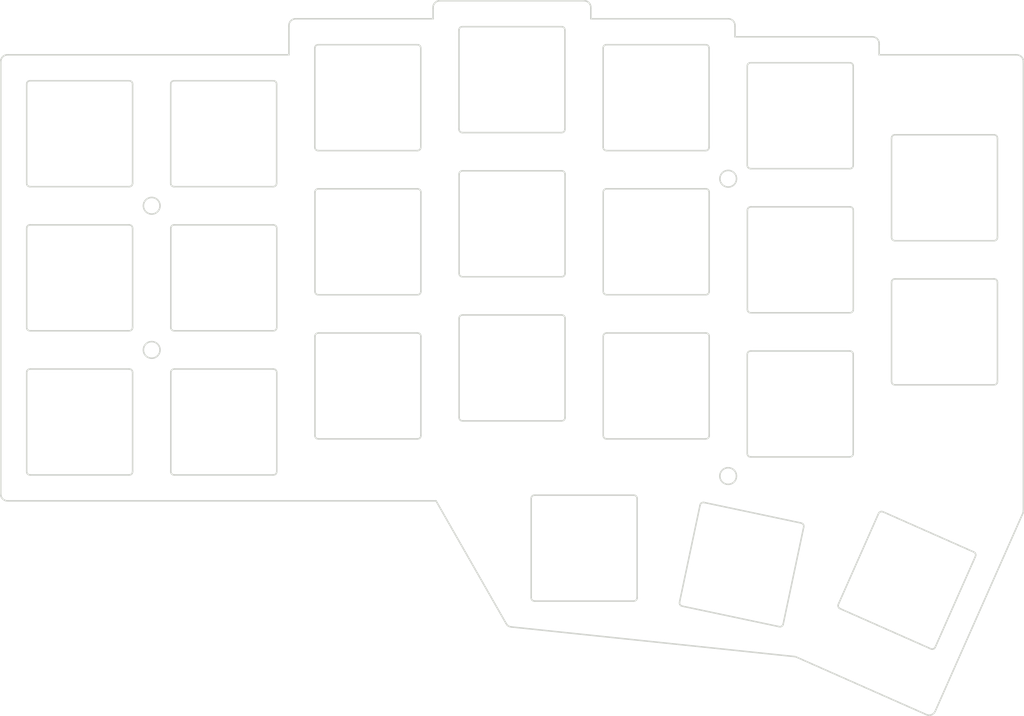
<source format=kicad_pcb>
(kicad_pcb (version 20221018) (generator pcbnew)

  (general
    (thickness 1.6)
  )

  (paper "A4")
  (title_block
    (date "2023-12-04")
  )

  (layers
    (0 "F.Cu" signal)
    (31 "B.Cu" signal)
    (32 "B.Adhes" user "B.Adhesive")
    (33 "F.Adhes" user "F.Adhesive")
    (34 "B.Paste" user)
    (35 "F.Paste" user)
    (36 "B.SilkS" user "B.Silkscreen")
    (37 "F.SilkS" user "F.Silkscreen")
    (38 "B.Mask" user)
    (39 "F.Mask" user)
    (40 "Dwgs.User" user "User.Drawings")
    (41 "Cmts.User" user "User.Comments")
    (42 "Eco1.User" user "User.Eco1")
    (43 "Eco2.User" user "User.Eco2")
    (44 "Edge.Cuts" user)
    (45 "Margin" user)
    (46 "B.CrtYd" user "B.Courtyard")
    (47 "F.CrtYd" user "F.Courtyard")
    (48 "B.Fab" user)
    (49 "F.Fab" user)
  )

  (setup
    (pad_to_mask_clearance 0.2)
    (aux_axis_origin 174 65.7)
    (grid_origin -4.262502 -16.16875)
    (pcbplotparams
      (layerselection 0x00010f0_ffffffff)
      (plot_on_all_layers_selection 0x0000000_00000000)
      (disableapertmacros false)
      (usegerberextensions true)
      (usegerberattributes false)
      (usegerberadvancedattributes false)
      (creategerberjobfile false)
      (dashed_line_dash_ratio 12.000000)
      (dashed_line_gap_ratio 3.000000)
      (svgprecision 6)
      (plotframeref false)
      (viasonmask false)
      (mode 1)
      (useauxorigin false)
      (hpglpennumber 1)
      (hpglpenspeed 20)
      (hpglpendiameter 15.000000)
      (dxfpolygonmode true)
      (dxfimperialunits true)
      (dxfusepcbnewfont true)
      (psnegative false)
      (psa4output false)
      (plotreference true)
      (plotvalue true)
      (plotinvisibletext false)
      (sketchpadsonfab false)
      (subtractmaskfromsilk false)
      (outputformat 1)
      (mirror false)
      (drillshape 0)
      (scaleselection 1)
      (outputdirectory "../../../../../../../Desktop/2020-08-15/jlcpcb/corne-top/")
    )
  )

  (net 0 "")

  (gr_line (start -116.437449 5.304729) (end -103.437458 5.304738)
    (stroke (width 0.2) (type solid)) (layer "Edge.Cuts") (tstamp 00d3defd-c047-47c9-8292-1c4c9c838a32))
  (gr_curve (pts (xy -23.647391 -19.346015) (xy -23.566161 -19.277964) (xy -23.485437 -19.186319) (xy -23.426646 -19.073115))
    (stroke (width 0.2) (type solid)) (layer "Edge.Cuts") (tstamp 013138bd-a07b-4f69-b925-a06615e90efc))
  (gr_curve (pts (xy -65.142164 12.139182) (xy -65.08911 12.122568) (xy -65.041121 12.095974) (xy -64.996976 12.058992))
    (stroke (width 0.2) (type solid)) (layer "Edge.Cuts") (tstamp 01568db3-99b2-435a-9c87-1fbb8d76493d))
  (gr_curve (pts (xy -135.827931 5.406725) (xy -135.868546 5.440751) (xy -135.908908 5.486573) (xy -135.938303 5.543175))
    (stroke (width 0.2) (type solid)) (layer "Edge.Cuts") (tstamp 0168236b-eded-46fa-b838-d64d020261f4))
  (gr_curve (pts (xy -45.794759 33.22469) (xy -45.787515 33.178522) (xy -45.787515 33.134644) (xy -45.787515 33.092232))
    (stroke (width 0.2) (type solid)) (layer "Edge.Cuts") (tstamp 01e147c0-5577-4a80-ac4b-36dc94cefd58))
  (gr_line (start -69.312515 54.523363) (end -69.312515 41.523363)
    (stroke (width 0.2) (type solid)) (layer "Edge.Cuts") (tstamp 0282910d-65b7-4fbe-8a34-31a234ac20b3))
  (gr_curve (pts (xy -45.905338 -18.349938) (xy -45.939363 -18.390553) (xy -45.985186 -18.430915) (xy -46.041788 -18.460311))
    (stroke (width 0.2) (type solid)) (layer "Edge.Cuts") (tstamp 04310687-4503-4035-8432-72aa9143e223))
  (gr_curve (pts (xy -84.192164 14.520432) (xy -84.13911 14.503818) (xy -84.091121 14.477224) (xy -84.046977 14.440242))
    (stroke (width 0.2) (type solid)) (layer "Edge.Cuts") (tstamp 04842aef-3785-4592-9e69-44cb07db4aa8))
  (gr_curve (pts (xy -23.937766 -19.506396) (xy -23.831657 -19.473167) (xy -23.735679 -19.419979) (xy -23.647391 -19.346015))
    (stroke (width 0.2) (type solid)) (layer "Edge.Cuts") (tstamp 04bcc68e-e060-4271-ac03-283919510c2a))
  (gr_curve (pts (xy -40.746101 -15.757457) (xy -40.753346 -15.711289) (xy -40.753346 -15.667412) (xy -40.753346 -15.625))
    (stroke (width 0.2) (type solid)) (layer "Edge.Cuts") (tstamp 0536c7fa-1585-4f99-b7dc-635cd4a736df))
  (gr_curve (pts (xy -97.743823 -18.406012) (xy -97.784438 -18.371987) (xy -97.8248 -18.326164) (xy -97.854196 -18.269562))
    (stroke (width 0.2) (type solid)) (layer "Edge.Cuts") (tstamp 055b6be0-64d7-4252-928c-6fef3f55f72c))
  (gr_line (start -40.238504 2.924005) (end -27.238504 2.924005)
    (stroke (width 0.2) (type solid)) (layer "Edge.Cuts") (tstamp 057b73c0-cd8a-42ca-89be-77f643fe12b3))
  (gr_curve (pts (xy -103.305001 5.311983) (xy -103.351169 5.304738) (xy -103.395046 5.304738) (xy -103.437458 5.304738))
    (stroke (width 0.2) (type solid)) (layer "Edge.Cuts") (tstamp 057f127d-3bb9-4351-8fc6-b6d5fe182e8c))
  (gr_curve (pts (xy -7.846976 7.296492) (xy -7.806362 7.262466) (xy -7.766 7.216644) (xy -7.736604 7.160042))
    (stroke (width 0.2) (type solid)) (layer "Edge.Cuts") (tstamp 05f58596-cc52-4c94-a075-07223f891c7f))
  (gr_line (start -22.765832 43.249083) (end -10.878733 48.511864)
    (stroke (width 0.2) (type solid)) (layer "Edge.Cuts") (tstamp 06007355-141d-45cf-a162-39cb64fcfabd))
  (gr_curve (pts (xy -21.449012 26.399334) (xy -21.40248 26.4235) (xy -21.358403 26.4352) (xy -21.319911 26.44124))
    (stroke (width 0.2) (type solid)) (layer "Edge.Cuts") (tstamp 0602f3c8-6182-4139-a250-02cf57982e22))
  (gr_curve (pts (xy -55.334317 41.328073) (xy -55.350931 41.275019) (xy -55.377525 41.22703) (xy -55.414507 41.182886))
    (stroke (width 0.2) (type solid)) (layer "Edge.Cuts") (tstamp 065e748c-a38f-4efd-9aa9-68b2d5400bd2))
  (gr_curve (pts (xy -78.815652 11.856274) (xy -78.799038 11.909328) (xy -78.772443 11.957317) (xy -78.735461 12.001462))
    (stroke (width 0.2) (type solid)) (layer "Edge.Cuts") (tstamp 0665601c-2d05-4ed3-8919-264c3ff789f9))
  (gr_line (start -65.337454 31.210984) (end -78.337454 31.210984)
    (stroke (width 0.2) (type solid)) (layer "Edge.Cuts") (tstamp 06f1636a-e93a-47c9-830e-d57b98ff8ab4))
  (gr_circle (center -119.462454 21.829734) (end -118.362454 21.829734)
    (stroke (width 0.2) (type solid)) (fill none) (layer "Edge.Cuts") (tstamp 075fe4e4-817a-4a08-9a49-5185d9d2396f))
  (gr_curve (pts (xy -33.562291 44.73078) (xy -33.605961 44.714141) (xy -33.648889 44.705063) (xy -33.690384 44.696288))
    (stroke (width 0.2) (type solid)) (layer "Edge.Cuts") (tstamp 079525b0-7593-4372-84ce-f4226e09fc4c))
  (gr_curve (pts (xy -116.851353 0.094816) (xy -116.817328 0.135431) (xy -116.771505 0.175793) (xy -116.714903 0.205189))
    (stroke (width 0.2) (type solid)) (layer "Edge.Cuts") (tstamp 07b7aa24-293b-4437-8f86-82711e81e7a7))
  (gr_line (start -97.887454 14.042234) (end -97.887454 1.042234)
    (stroke (width 0.2) (type solid)) (layer "Edge.Cuts") (tstamp 07d26c9b-134f-4b3e-b6bc-b3be48e68585))
  (gr_curve (pts (xy -122.036603 38.116295) (xy -122.012437 38.069763) (xy -122.000737 38.025687) (xy -121.994697 37.987195))
    (stroke (width 0.2) (type solid)) (layer "Edge.Cuts") (tstamp 07e78960-b263-47b2-bb91-c2818c650833))
  (gr_curve (pts (xy -65.075896 -1.789866) (xy -65.122428 -1.814032) (xy -65.166505 -1.825731) (xy -65.204996 -1.831771))
    (stroke (width 0.2) (type solid)) (layer "Edge.Cuts") (tstamp 08538064-0adb-4efd-ba51-40bf87607568))
  (gr_line (start -84.387458 33.592238) (end -97.387452 33.592238)
    (stroke (width 0.2) (type solid)) (layer "Edge.Cuts") (tstamp 08a5ea8a-153a-415b-bbb7-f1437d0383b5))
  (gr_curve (pts (xy -116.699016 19.255588) (xy -116.652484 19.279754) (xy -116.608408 19.291454) (xy -116.569916 19.297494))
    (stroke (width 0.2) (type solid)) (layer "Edge.Cuts") (tstamp 08abc198-f262-46b8-841b-e63f8dc3d364))
  (gr_line (start -78.337454 -1.839016) (end -65.337454 -1.839016)
    (stroke (width 0.2) (type solid)) (layer "Edge.Cuts") (tstamp 099a962c-1809-4a0d-b025-50746ebf9495))
  (gr_curve (pts (xy -72.494656 58.173713) (xy -72.558918 58.099914) (xy -72.603066 58.022656) (xy -72.644369 57.950377))
    (stroke (width 0.2) (type solid)) (layer "Edge.Cuts") (tstamp 09c7571e-35d0-48f0-a217-046e03ddf301))
  (gr_line (start -84.403346 -4.508004) (end -97.403346 -4.508004)
    (stroke (width 0.2) (type solid)) (layer "Edge.Cuts") (tstamp 09c9a5a8-4198-42e4-aa5f-717e9c2e829a))
  (gr_curve (pts (xy -116.585803 0.247094) (xy -116.539635 0.254339) (xy -116.495758 0.254339) (xy -116.453346 0.254339))
    (stroke (width 0.2) (type solid)) (layer "Edge.Cuts") (tstamp 0a6b7d91-72ae-4a02-a781-f1ee7d51619b))
  (gr_line (start -59.787515 33.092232) (end -59.787515 20.092232)
    (stroke (width 0.2) (type solid)) (layer "Edge.Cuts") (tstamp 0aac6d4a-d458-45c8-baf4-55378995e847))
  (gr_line (start -135.487459 -13.745443) (end -122.487459 -13.745443)
    (stroke (width 0.2) (type solid)) (layer "Edge.Cuts") (tstamp 0ad5263e-af1c-4f0e-a02d-e3eb5337f6de))
  (gr_curve (pts (xy -16.546343 61.313355) (xy -16.490792 61.337949) (xy -16.431432 61.36423) (xy -16.358945 61.372479))
    (stroke (width 0.2) (type solid)) (layer "Edge.Cuts") (tstamp 0ae525a7-1465-44cd-8607-95d5cb6a78b4))
  (gr_curve (pts (xy -84.005338 -18.348482) (xy -84.039363 -18.389096) (xy -84.085186 -18.429459) (xy -84.141788 -18.458854))
    (stroke (width 0.2) (type solid)) (layer "Edge.Cuts") (tstamp 0afa68e3-bb95-4e7d-8b7e-ddedbe7ca0f9))
  (gr_line (start -78.837454 11.660984) (end -78.837454 -1.339016)
    (stroke (width 0.2) (type solid)) (layer "Edge.Cuts") (tstamp 0b167751-70f6-442a-90d7-3f0b1cc7798a))
  (gr_line (start -103.437459 19.304739) (end -116.437458 19.304739)
    (stroke (width 0.2) (type solid)) (layer "Edge.Cuts") (tstamp 0b4c9291-aaff-4ef8-a78a-f1c5459dc40b))
  (gr_curve (pts (xy -7.709256 12.753194) (xy -7.72587 12.70014) (xy -7.752464 12.652151) (xy -7.789446 12.608007))
    (stroke (width 0.2) (type solid)) (layer "Edge.Cuts") (tstamp 0b535421-0ad5-4286-8025-8fbdc3a47ee5))
  (gr_curve (pts (xy -78.837454 30.710984) (xy -78.837454 30.771736) (xy -78.837454 30.836653) (xy -78.815652 30.906274))
    (stroke (width 0.2) (type solid)) (layer "Edge.Cuts") (tstamp 0c0f3880-d0ac-4d0b-a515-7bb28e68aafc))
  (gr_curve (pts (xy -83.909256 0.846945) (xy -83.92587 0.79389) (xy -83.952464 0.745901) (xy -83.989447 0.701757))
    (stroke (width 0.2) (type solid)) (layer "Edge.Cuts") (tstamp 0d1e0666-11df-4032-bdf5-991d9b3e8bb9))
  (gr_line (start -34.384336 62.369967) (end -17.186286 69.984068)
    (stroke (width 0.2) (type solid)) (layer "Edge.Cuts") (tstamp 0d5a3348-b007-4389-bf4f-3fe9bb6443b8))
  (gr_curve (pts (xy -103.304995 24.361985) (xy -103.351163 24.35474) (xy -103.39504 24.35474) (xy -103.437453 24.35474))
    (stroke (width 0.2) (type solid)) (layer "Edge.Cuts") (tstamp 0e2327d9-f46e-4949-8f0d-d6e4f4bc61e9))
  (gr_curve (pts (xy -121.987454 5.804734) (xy -121.987454 5.743982) (xy -121.987454 5.679064) (xy -122.009256 5.609444))
    (stroke (width 0.2) (type solid)) (layer "Edge.Cuts") (tstamp 0e28018f-4a92-427a-9dc0-596811e09fd7))
  (gr_curve (pts (xy -59.422675 14.529513) (xy -59.376508 14.536757) (xy -59.33263 14.536757) (xy -59.290218 14.536757))
    (stroke (width 0.2) (type solid)) (layer "Edge.Cuts") (tstamp 0e487b8d-38d5-4962-a725-a38de2add9c1))
  (gr_curve (pts (xy -26.76059 -2.492542) (xy -26.753346 -2.53871) (xy -26.753346 -2.582588) (xy -26.753346 -2.625))
    (stroke (width 0.2) (type solid)) (layer "Edge.Cuts") (tstamp 0e507b20-a434-4717-988b-3632a0d87df4))
  (gr_curve (pts (xy -84.387454 14.542234) (xy -84.326703 14.542234) (xy -84.261785 14.542234) (xy -84.192164 14.520432))
    (stroke (width 0.2) (type solid)) (layer "Edge.Cuts") (tstamp 0e92cbc0-dec3-4d05-bbfd-29d5f9b567ae))
  (gr_curve (pts (xy -122.354995 24.361982) (xy -122.401163 24.354738) (xy -122.445041 24.354738) (xy -122.487453 24.354738))
    (stroke (width 0.2) (type solid)) (layer "Edge.Cuts") (tstamp 0f419cca-3908-4c83-b61e-6461bfcde48f))
  (gr_curve (pts (xy -21.687454 25.948484) (xy -21.687454 26.009235) (xy -21.687454 26.074153) (xy -21.665652 26.143774))
    (stroke (width 0.2) (type solid)) (layer "Edge.Cuts") (tstamp 0f95d3d6-7e13-4ecc-9e0a-984bb47ac393))
  (gr_curve (pts (xy -45.81059 -4.877003) (xy -45.803346 -4.923171) (xy -45.803346 -4.967049) (xy -45.803346 -5.009461))
    (stroke (width 0.2) (type solid)) (layer "Edge.Cuts") (tstamp 0facba5e-b3fb-44d4-8aab-89b0be0f38cf))
  (gr_line (start -82.278346 -23.314276) (end -82.278346 -21.933004)
    (stroke (width 0.2) (type solid)) (layer "Edge.Cuts") (tstamp 10822e78-c8fc-49a7-a73e-74c490716b1c))
  (gr_curve (pts (xy -97.64901 33.543088) (xy -97.602478 33.567254) (xy -97.558401 33.578954) (xy -97.51991 33.584994))
    (stroke (width 0.2) (type solid)) (layer "Edge.Cuts") (tstamp 10cc8ee5-4fcd-4651-8923-8d8c3e8c98c4))
  (gr_curve (pts (xy -135.682749 -13.723641) (xy -135.735803 -13.707027) (xy -135.783792 -13.680433) (xy -135.827937 -13.643451))
    (stroke (width 0.2) (type solid)) (layer "Edge.Cuts") (tstamp 10d8329f-feaf-4ea2-9a2f-b392eed01d0c))
  (gr_circle (center -119.462454 2.779733) (end -118.362454 2.779733)
    (stroke (width 0.2) (type solid)) (fill none) (layer "Edge.Cuts") (tstamp 113480db-3e24-43db-9fc9-5377c192b779))
  (gr_curve (pts (xy -138.412456 41.779738) (xy -138.533959 41.779738) (xy -138.663795 41.779738) (xy -138.803036 41.736134))
    (stroke (width 0.2) (type solid)) (layer "Edge.Cuts") (tstamp 11a5df2d-f769-4ff7-a023-2676cac28fb8))
  (gr_curve (pts (xy -28.732798 55.743583) (xy -28.718128 55.794495) (xy -28.692567 55.849953) (xy -28.652711 55.899746))
    (stroke (width 0.2) (type solid)) (layer "Edge.Cuts") (tstamp 1232d4e8-2a7b-412d-a30b-e43e2d8255b1))
  (gr_curve (pts (xy -102.937453 24.85474) (xy -102.937453 24.793989) (xy -102.937453 24.729071) (xy -102.959255 24.65945))
    (stroke (width 0.2) (type solid)) (layer "Edge.Cuts") (tstamp 124d5419-6059-4d92-99c5-7a3c5083e4f4))
  (gr_curve (pts (xy -102.959261 5.609448) (xy -102.975875 5.556394) (xy -103.002469 5.508405) (xy -103.039451 5.464261))
    (stroke (width 0.2) (type solid)) (layer "Edge.Cuts") (tstamp 12ef1e33-b61c-452d-9fb7-4d959062e348))
  (gr_line (start -55.812515 55.023363) (end -68.812515 55.023363)
    (stroke (width 0.2) (type solid)) (layer "Edge.Cuts") (tstamp 13073389-5701-45de-854d-36d419ceddad))
  (gr_curve (pts (xy -26.753346 22.473363) (xy -26.753346 22.412612) (xy -26.753346 22.347694) (xy -26.775148 22.278073))
    (stroke (width 0.2) (type solid)) (layer "Edge.Cuts") (tstamp 13148475-766f-4cd6-89b6-8f1b1278c498))
  (gr_curve (pts (xy -84.192162 33.570436) (xy -84.139108 33.553822) (xy -84.091119 33.527228) (xy -84.046975 33.490246))
    (stroke (width 0.2) (type solid)) (layer "Edge.Cuts") (tstamp 13178980-6266-463c-8d74-3fdd8a44162e))
  (gr_curve (pts (xy -116.915657 19.000028) (xy -116.899042 19.053082) (xy -116.872448 19.101071) (xy -116.835466 19.145216))
    (stroke (width 0.2) (type solid)) (layer "Edge.Cuts") (tstamp 13ee10e8-a841-41e4-8cdc-9c0e2f445158))
  (gr_curve (pts (xy -64.844698 11.793442) (xy -64.837454 11.747274) (xy -64.837454 11.703396) (xy -64.837454 11.660984))
    (stroke (width 0.2) (type solid)) (layer "Edge.Cuts") (tstamp 147a86d2-02d0-4c43-a0b9-2e810c2c5f77))
  (gr_circle (center -43.278346 38.498363) (end -42.178346 38.498363)
    (stroke (width 0.2) (type solid)) (fill none) (layer "Edge.Cuts") (tstamp 155efd52-e4b6-486a-86ab-c174bf4a8f2c))
  (gr_curve (pts (xy -40.253346 21.973363) (xy -40.314097 21.973363) (xy -40.379015 21.973363) (xy -40.448635 21.995165))
    (stroke (width 0.2) (type solid)) (layer "Edge.Cuts") (tstamp 15915e73-3c23-4411-85ba-6ab28825f110))
  (gr_line (start -43.378346 -21.934461) (end -61.428346 -21.934461)
    (stroke (width 0.2) (type solid)) (layer "Edge.Cuts") (tstamp 1607ff18-5569-4449-8ede-9ae022fc5dd0))
  (gr_curve (pts (xy -103.039451 5.464261) (xy -103.073476 5.423646) (xy -103.119299 5.383284) (xy -103.175901 5.353888))
    (stroke (width 0.2) (type solid)) (layer "Edge.Cuts") (tstamp 1608ecb9-eb4b-44c8-95e0-c755af742499))
  (gr_curve (pts (xy -135.619912 19.297489) (xy -135.573744 19.304734) (xy -135.529866 19.304734) (xy -135.487454 19.304734))
    (stroke (width 0.2) (type solid)) (layer "Edge.Cuts") (tstamp 162defdd-07d0-44e5-b788-f1fa053fc8ab))
  (gr_line (start -26.753346 -15.625) (end -26.753346 -2.625)
    (stroke (width 0.2) (type solid)) (layer "Edge.Cuts") (tstamp 1675da13-cd91-49fa-bd44-e601a9251341))
  (gr_line (start -71.880134 58.448814) (end -34.384336 62.369967)
    (stroke (width 0.2) (type solid)) (layer "Edge.Cuts") (tstamp 169a1c12-ba0e-4231-aaf2-03eba4a50a04))
  (gr_curve (pts (xy -135.619917 0.247312) (xy -135.573749 0.254557) (xy -135.529871 0.254557) (xy -135.487459 0.254557))
    (stroke (width 0.2) (type solid)) (layer "Edge.Cuts") (tstamp 182a22cd-abae-458f-82a6-d27a0640b177))
  (gr_curve (pts (xy -122.009261 -13.440733) (xy -122.025875 -13.493787) (xy -122.05247 -13.541776) (xy -122.089452 -13.58592))
    (stroke (width 0.2) (type solid)) (layer "Edge.Cuts") (tstamp 1836dd57-212c-48f3-9667-fd1ca0e8a9e3))
  (gr_curve (pts (xy -83.887452 20.092238) (xy -83.887452 20.031487) (xy -83.887452 19.966569) (xy -83.909254 19.896948))
    (stroke (width 0.2) (type solid)) (layer "Edge.Cuts") (tstamp 18705cce-58ba-4453-b188-5daa9db6c453))
  (gr_curve (pts (xy -122.036604 19.066291) (xy -122.012438 19.019759) (xy -122.000739 18.975683) (xy -121.994699 18.937191))
    (stroke (width 0.2) (type solid)) (layer "Edge.Cuts") (tstamp 1886f947-f627-4438-9476-225418be14aa))
  (gr_curve (pts (xy -45.809317 19.896943) (xy -45.825931 19.843888) (xy -45.852525 19.795899) (xy -45.889507 19.751755))
    (stroke (width 0.2) (type solid)) (layer "Edge.Cuts") (tstamp 18b315de-a906-4fbd-a429-4076bb679186))
  (gr_curve (pts (xy -26.898026 16.822012) (xy -26.857411 16.787987) (xy -26.817049 16.742164) (xy -26.787654 16.685562))
    (stroke (width 0.2) (type solid)) (layer "Edge.Cuts") (tstamp 19a53b6d-ac9c-4616-a035-ba850240b853))
  (gr_line (start -65.353346 -6.889276) (end -78.353346 -6.889276)
    (stroke (width 0.2) (type solid)) (layer "Edge.Cuts") (tstamp 1a3ebe49-0478-4142-b2ec-739f8b756ffd))
  (gr_line (start -135.487449 24.35473) (end -122.487457 24.354738)
    (stroke (width 0.2) (type solid)) (layer "Edge.Cuts") (tstamp 1a424ebf-c5c3-40a9-aa26-1215e4f6d3c4))
  (gr_curve (pts (xy -116.777926 5.406721) (xy -116.818541 5.440746) (xy -116.858903 5.486569) (xy -116.888299 5.543171))
    (stroke (width 0.2) (type solid)) (layer "Edge.Cuts") (tstamp 1a5c4b31-6ea2-4892-8c82-3484d7bc0b3f))
  (gr_curve (pts (xy -102.937459 5.804738) (xy -102.937459 5.743987) (xy -102.937459 5.679069) (xy -102.959261 5.609448))
    (stroke (width 0.2) (type solid)) (layer "Edge.Cuts") (tstamp 1a67f0d6-0a60-4471-aa14-5709dc3c886c))
  (gr_curve (pts (xy -40.753346 -2.625) (xy -40.753346 -2.564248) (xy -40.753346 -2.499331) (xy -40.731544 -2.42971))
    (stroke (width 0.2) (type solid)) (layer "Edge.Cuts") (tstamp 1ae268f2-e16d-4ceb-940f-45a98025c6e4))
  (gr_line (start -40.738504 16.424005) (end -40.738504 3.424005)
    (stroke (width 0.2) (type solid)) (layer "Edge.Cuts") (tstamp 1b0be487-bf53-4647-bcec-8ddba8ed3ef5))
  (gr_curve (pts (xy -78.693823 -20.787283) (xy -78.734438 -20.753258) (xy -78.7748 -20.707435) (xy -78.804196 -20.650833))
    (stroke (width 0.2) (type solid)) (layer "Edge.Cuts") (tstamp 1b46dc07-7497-4733-af46-2ffdb09ac5f4))
  (gr_line (start -116.937458 18.804738) (end -116.937449 5.804729)
    (stroke (width 0.2) (type solid)) (layer "Edge.Cuts") (tstamp 1bef7c62-2b3e-4a3d-b425-52d02bc626e4))
  (gr_curve (pts (xy -40.370961 16.91676) (xy -40.324793 16.924005) (xy -40.280916 16.924005) (xy -40.238504 16.924005))
    (stroke (width 0.2) (type solid)) (layer "Edge.Cuts") (tstamp 1c6b767d-f04a-4407-92fd-09df7e447b68))
  (gr_curve (pts (xy -59.754196 -18.271019) (xy -59.778362 -18.224487) (xy -59.790061 -18.18041) (xy -59.796101 -18.141918))
    (stroke (width 0.2) (type solid)) (layer "Edge.Cuts") (tstamp 1ca7f22f-85c8-46e6-82eb-f1280c0df802))
  (gr_line (start -139.412463 -16.170415) (end -139.412456 40.779738)
    (stroke (width 0.2) (type solid)) (layer "Edge.Cuts") (tstamp 1cb5779c-8572-475d-9542-a6ecc469ced9))
  (gr_curve (pts (xy -135.965657 -0.050153) (xy -135.949043 0.002901) (xy -135.922449 0.05089) (xy -135.885467 0.095034))
    (stroke (width 0.2) (type solid)) (layer "Edge.Cuts") (tstamp 1d5c19d9-1795-4764-9443-207132f67f14))
  (gr_curve (pts (xy -26.775148 -15.82029) (xy -26.791762 -15.873344) (xy -26.818356 -15.921333) (xy -26.855338 -15.965477))
    (stroke (width 0.2) (type solid)) (layer "Edge.Cuts") (tstamp 1d84853c-4778-43b5-bf06-ee5d1ac3aef1))
  (gr_curve (pts (xy -135.987459 -0.245443) (xy -135.987459 -0.184692) (xy -135.987459 -0.119774) (xy -135.965657 -0.050153))
    (stroke (width 0.2) (type solid)) (layer "Edge.Cuts") (tstamp 1dc4c3c8-2d13-4a80-bd9c-39caa5a893be))
  (gr_line (start -46.303346 -4.509461) (end -59.303346 -4.509461)
    (stroke (width 0.2) (type solid)) (layer "Edge.Cuts") (tstamp 1e4ca3f1-464c-4ed9-9244-26dc4eaf3969))
  (gr_curve (pts (xy -23.342835 -18.814915) (xy -23.328346 -18.722579) (xy -23.328346 -18.634824) (xy -23.328346 -18.55))
    (stroke (width 0.2) (type solid)) (layer "Edge.Cuts") (tstamp 1eb7f74c-17c7-47d4-ae27-66bc46eb2421))
  (gr_line (start -23.328346 -17.16875) (end -23.328346 -18.55)
    (stroke (width 0.2) (type solid)) (layer "Edge.Cuts") (tstamp 1eef421e-0070-4420-87c3-bba1ac182f7e))
  (gr_line (start -46.409121 42.006731) (end -33.690384 44.696288)
    (stroke (width 0.2) (type solid)) (layer "Edge.Cuts") (tstamp 1f2a0c79-64f8-453e-b2b0-07dc80950c6f))
  (gr_curve (pts (xy -122.225901 -13.696293) (xy -122.272433 -13.720459) (xy -122.31651 -13.732158) (xy -122.355002 -13.738198))
    (stroke (width 0.2) (type solid)) (layer "Edge.Cuts") (tstamp 1f5a9fd9-8ba2-4da6-8d4c-6ccfef87ce09))
  (gr_curve (pts (xy -78.846101 -20.521733) (xy -78.853346 -20.475565) (xy -78.853346 -20.431688) (xy -78.853346 -20.389276))
    (stroke (width 0.2) (type solid)) (layer "Edge.Cuts") (tstamp 1f7d1086-edb5-4e75-8c81-6c07ff303adc))
  (gr_curve (pts (xy -116.915651 38.05003) (xy -116.899036 38.103084) (xy -116.872442 38.151073) (xy -116.83546 38.195218))
    (stroke (width 0.2) (type solid)) (layer "Edge.Cuts") (tstamp 1f8ace33-470d-4f9e-8545-d590974ee486))
  (gr_curve (pts (xy -83.952496 -4.746447) (xy -83.92833 -4.792978) (xy -83.91663 -4.837055) (xy -83.91059 -4.875547))
    (stroke (width 0.2) (type solid)) (layer "Edge.Cuts") (tstamp 1fa6b6b2-6451-41d3-bf60-962ac11f0e7d))
  (gr_line (start -45.787515 20.092232) (end -45.787515 33.092232)
    (stroke (width 0.2) (type solid)) (layer "Edge.Cuts") (tstamp 1fb082ed-7679-490d-8e34-2ec8bee78c4d))
  (gr_curve (pts (xy -116.632742 24.376542) (xy -116.685797 24.393156) (xy -116.733786 24.419751) (xy -116.77793 24.456733))
    (stroke (width 0.2) (type solid)) (layer "Edge.Cuts") (tstamp 1fe895ce-8776-4c51-b4e3-1e805183eae0))
  (gr_curve (pts (xy -78.337454 -1.839016) (xy -78.398205 -1.839016) (xy -78.463123 -1.839016) (xy -78.532744 -1.817214))
    (stroke (width 0.2) (type solid)) (layer "Edge.Cuts") (tstamp 202dc380-b3f3-46d7-ba6e-0d982bb0d4cc))
  (gr_curve (pts (xy -45.836665 33.35379) (xy -45.812499 33.307258) (xy -45.800799 33.263181) (xy -45.794759 33.22469))
    (stroke (width 0.2) (type solid)) (layer "Edge.Cuts") (tstamp 20d18b73-ac65-43d5-8390-db6e53d39db8))
  (gr_line (start -116.937458 37.854738) (end -116.937453 24.85474)
    (stroke (width 0.2) (type solid)) (layer "Edge.Cuts") (tstamp 21185bf3-ef69-436e-8a01-4d5340a9deaa))
  (gr_curve (pts (xy -122.292163 38.332936) (xy -122.239109 38.316322) (xy -122.19112 38.289727) (xy -122.146975 38.252745))
    (stroke (width 0.2) (type solid)) (layer "Edge.Cuts") (tstamp 229c2517-dac1-4086-b929-afda39b6cadf))
  (gr_curve (pts (xy -64.996977 31.108992) (xy -64.956362 31.074967) (xy -64.916 31.029144) (xy -64.886604 30.972542))
    (stroke (width 0.2) (type solid)) (layer "Edge.Cuts") (tstamp 22ae9c5a-baf2-47cd-98c2-850ea4305aa2))
  (gr_curve (pts (xy -84.403346 -4.508004) (xy -84.342594 -4.508004) (xy -84.277676 -4.508004) (xy -84.208056 -4.529806))
    (stroke (width 0.2) (type solid)) (layer "Edge.Cuts") (tstamp 22cbc510-10a5-4530-a282-baf84b792178))
  (gr_curve (pts (xy -64.886604 11.922542) (xy -64.862438 11.87601) (xy -64.850738 11.831933) (xy -64.844698 11.793442))
    (stroke (width 0.2) (type solid)) (layer "Edge.Cuts") (tstamp 2310ea9d-35d9-49ea-a801-0cc801602b90))
  (gr_curve (pts (xy -122.009256 5.609444) (xy -122.02587 5.55639) (xy -122.052465 5.5084) (xy -122.089447 5.464256))
    (stroke (width 0.2) (type solid)) (layer "Edge.Cuts") (tstamp 23252f73-5d41-4640-94be-c03662918536))
  (gr_curve (pts (xy -26.760306 3.228715) (xy -26.77692 3.175661) (xy -26.803514 3.127672) (xy -26.840496 3.083527))
    (stroke (width 0.2) (type solid)) (layer "Edge.Cuts") (tstamp 2325aa85-d979-4304-a28c-14af48004200))
  (gr_curve (pts (xy -97.896101 -18.140462) (xy -97.903346 -18.094294) (xy -97.903346 -18.050416) (xy -97.903346 -18.008004))
    (stroke (width 0.2) (type solid)) (layer "Edge.Cuts") (tstamp 232c88cb-5eda-4d1a-a970-8fb2637a723b))
  (gr_curve (pts (xy -100.851461 -21.834704) (xy -100.758397 -21.883036) (xy -100.670244 -21.906435) (xy -100.593261 -21.918515))
    (stroke (width 0.2) (type solid)) (layer "Edge.Cuts") (tstamp 23534cf5-abda-48c5-9285-c12f45b3f5fd))
  (gr_curve (pts (xy -59.790218 14.036757) (xy -59.790218 14.097509) (xy -59.790218 14.162426) (xy -59.768416 14.232047))
    (stroke (width 0.2) (type solid)) (layer "Edge.Cuts") (tstamp 235c14ce-8068-4fb0-b938-f36954ac62f7))
  (gr_curve (pts (xy -64.86059 -7.256818) (xy -64.853346 -7.302986) (xy -64.853346 -7.346864) (xy -64.853346 -7.389276))
    (stroke (width 0.2) (type solid)) (layer "Edge.Cuts") (tstamp 255e2158-566d-403b-9c32-0c15858c256e))
  (gr_curve (pts (xy -97.903346 -5.008004) (xy -97.903346 -4.947253) (xy -97.903346 -4.882335) (xy -97.881544 -4.812714))
    (stroke (width 0.2) (type solid)) (layer "Edge.Cuts") (tstamp 25b7ce8c-e4b9-4357-83b3-afaf8bbb4337))
  (gr_curve (pts (xy -69.210522 54.86384) (xy -69.176497 54.904455) (xy -69.130674 54.944817) (xy -69.074072 54.974213))
    (stroke (width 0.2) (type solid)) (layer "Edge.Cuts") (tstamp 25bc7572-62e1-4f67-9813-f27cc0bffa7c))
  (gr_curve (pts (xy -46.108056 -4.531263) (xy -46.055002 -4.547877) (xy -46.007012 -4.574471) (xy -45.962868 -4.611453))
    (stroke (width 0.2) (type solid)) (layer "Edge.Cuts") (tstamp 263ce216-02bc-4cc8-83d9-588524820560))
  (gr_curve (pts (xy -135.74901 38.305588) (xy -135.702478 38.329754) (xy -135.658402 38.341453) (xy -135.61991 38.347493))
    (stroke (width 0.2) (type solid)) (layer "Edge.Cuts") (tstamp 26a31a2e-f436-434b-8ae6-2d91154e461f))
  (gr_curve (pts (xy -84.387452 33.592238) (xy -84.326701 33.592238) (xy -84.261783 33.592238) (xy -84.192162 33.570436))
    (stroke (width 0.2) (type solid)) (layer "Edge.Cuts") (tstamp 26d407f0-fda6-4790-88aa-e7665e4a8c77))
  (gr_curve (pts (xy -97.78546 33.432716) (xy -97.751434 33.47333) (xy -97.705612 33.513692) (xy -97.64901 33.543088))
    (stroke (width 0.2) (type solid)) (layer "Edge.Cuts") (tstamp 27149565-867a-4ce4-a53a-e0fdd1ef9075))
  (gr_line (start -122.487458 38.354738) (end -135.487453 38.354738)
    (stroke (width 0.2) (type solid)) (layer "Edge.Cuts") (tstamp 281f5abd-66bf-4fc4-b8e7-d42731a199e2))
  (gr_curve (pts (xy -64.844699 30.843442) (xy -64.837454 30.797274) (xy -64.837454 30.753396) (xy -64.837454 30.710984))
    (stroke (width 0.2) (type solid)) (layer "Edge.Cuts") (tstamp 2925ba1d-2326-4ca9-80cd-0435d13c83db))
  (gr_curve (pts (xy -65.337454 12.160984) (xy -65.276703 12.160984) (xy -65.211785 12.160984) (xy -65.142164 12.139182))
    (stroke (width 0.2) (type solid)) (layer "Edge.Cuts") (tstamp 29569a7e-f1e2-47d6-828d-d947dad9bb9b))
  (gr_curve (pts (xy -103.191788 -13.696511) (xy -103.23832 -13.720677) (xy -103.282397 -13.732377) (xy -103.320888 -13.738417))
    (stroke (width 0.2) (type solid)) (layer "Edge.Cuts") (tstamp 2aa57bad-d595-4115-a1b0-81c1d23da9cd))
  (gr_curve (pts (xy -36.096404 58.253382) (xy -36.063134 58.212857) (xy -36.042568 58.172154) (xy -36.028695 58.135745))
    (stroke (width 0.2) (type solid)) (layer "Edge.Cuts") (tstamp 2b072f17-cc7a-476d-a34e-33297ca1fb02))
  (gr_curve (pts (xy -97.880208 19.959781) (xy -97.887452 20.005948) (xy -97.887452 20.049826) (xy -97.887452 20.092238))
    (stroke (width 0.2) (type solid)) (layer "Edge.Cuts") (tstamp 2b15001e-fe08-41b2-b909-8c6294afaa3b))
  (gr_curve (pts (xy -7.846976 26.346492) (xy -7.806362 26.312466) (xy -7.766 26.266644) (xy -7.736604 26.210042))
    (stroke (width 0.2) (type solid)) (layer "Edge.Cuts") (tstamp 2b5a2d93-8ba4-4d2a-b8ed-20a8474cc4ed))
  (gr_curve (pts (xy -21.665652 7.093774) (xy -21.649038 7.146828) (xy -21.622443 7.194817) (xy -21.585461 7.238962))
    (stroke (width 0.2) (type solid)) (layer "Edge.Cuts") (tstamp 2ba89877-1860-4bf4-9345-a0671b745871))
  (gr_curve (pts (xy -116.83546 38.195218) (xy -116.801435 38.235832) (xy -116.755612 38.276195) (xy -116.69901 38.30559))
    (stroke (width 0.2) (type solid)) (layer "Edge.Cuts") (tstamp 2bb17085-bc78-41ab-98cd-cc80ce173a10))
  (gr_curve (pts (xy -21.319911 26.44124) (xy -21.273744 26.448484) (xy -21.229866 26.448484) (xy -21.187454 26.448484))
    (stroke (width 0.2) (type solid)) (layer "Edge.Cuts") (tstamp 2c5f7312-1211-4991-9d19-14d745fc7ba4))
  (gr_curve (pts (xy -40.651353 35.81384) (xy -40.617328 35.854455) (xy -40.571505 35.894817) (xy -40.514903 35.924213))
    (stroke (width 0.2) (type solid)) (layer "Edge.Cuts") (tstamp 2cfaf2dc-49e0-4718-95d8-9a6232140061))
  (gr_curve (pts (xy -135.938309 -13.507001) (xy -135.962475 -13.460469) (xy -135.974175 -13.416392) (xy -135.980215 -13.3779))
    (stroke (width 0.2) (type solid)) (layer "Edge.Cuts") (tstamp 2d000aa8-6367-436d-af9b-c3ad9ff72881))
  (gr_curve (pts (xy -103.002496 0.015896) (xy -102.97833 -0.030636) (xy -102.96663 -0.074712) (xy -102.96059 -0.113204))
    (stroke (width 0.2) (type solid)) (layer "Edge.Cuts") (tstamp 2d60aa6e-4ee8-413d-8f24-ee95fd53830d))
  (gr_curve (pts (xy -103.242163 38.332938) (xy -103.189108 38.316324) (xy -103.141119 38.28973) (xy -103.096975 38.252748))
    (stroke (width 0.2) (type solid)) (layer "Edge.Cuts") (tstamp 2db288b8-220c-4e6d-96c8-77455fc3c964))
  (gr_curve (pts (xy -139.093411 41.575753) (xy -139.174641 41.507702) (xy -139.255365 41.416057) (xy -139.314156 41.302853))
    (stroke (width 0.2) (type solid)) (layer "Edge.Cuts") (tstamp 2ea9b89b-c0c3-43a4-8663-c8f6d4240503))
  (gr_curve (pts (xy -16.938184 70.078065) (xy -17.02848 70.053933) (xy -17.108723 70.018407) (xy -17.186286 69.984068))
    (stroke (width 0.2) (type solid)) (layer "Edge.Cuts") (tstamp 2ec641cd-5eb9-498c-951a-22b4f79c976e))
  (gr_curve (pts (xy -121.994697 37.987195) (xy -121.987453 37.941027) (xy -121.987453 37.89715) (xy -121.987453 37.854738))
    (stroke (width 0.2) (type solid)) (layer "Edge.Cuts") (tstamp 2ef3c723-4b35-4720-9353-ed12a330bb7e))
  (gr_line (start -15.867064 69.474505) (end -4.34811 43.456521)
    (stroke (width 0.2) (type solid)) (layer "Edge.Cuts") (tstamp 2fb202ed-7517-414e-9171-e0ea0e76e12c))
  (gr_line (start -83.887458 20.092238) (end -83.887458 33.092238)
    (stroke (width 0.2) (type solid)) (layer "Edge.Cuts") (tstamp 30677eb3-c622-4d04-bb00-c483632c6faa))
  (gr_line (start -8.187454 26.448484) (end -21.187454 26.448484)
    (stroke (width 0.2) (type solid)) (layer "Edge.Cuts") (tstamp 30e46b71-478d-411d-aff2-9998b12525c9))
  (gr_curve (pts (xy -59.485508 0.558559) (xy -59.538562 0.575174) (xy -59.586551 0.601768) (xy -59.630695 0.63875))
    (stroke (width 0.2) (type solid)) (layer "Edge.Cuts") (tstamp 30f692fd-8cf9-43db-8ef5-01d6bb6c14fd))
  (gr_line (start -27.253346 -2.125) (end -40.253346 -2.125)
    (stroke (width 0.2) (type solid)) (layer "Edge.Cuts") (tstamp 323b2e18-af87-4dc4-853c-ccdbe3bfac31))
  (gr_curve (pts (xy -135.487453 5.304733) (xy -135.548205 5.304733) (xy -135.613123 5.304733) (xy -135.682743 5.326535))
    (stroke (width 0.2) (type solid)) (layer "Edge.Cuts") (tstamp 33deaa7e-41db-4b26-a350-94cf6620e4a7))
  (gr_curve (pts (xy -40.716702 16.619295) (xy -40.700088 16.672349) (xy -40.673493 16.720338) (xy -40.636511 16.764482))
    (stroke (width 0.2) (type solid)) (layer "Edge.Cuts") (tstamp 340b9af4-d429-45e9-918f-6831ca9a35a3))
  (gr_curve (pts (xy -135.82793 24.45673) (xy -135.868545 24.490755) (xy -135.908907 24.536578) (xy -135.938303 24.59318))
    (stroke (width 0.2) (type solid)) (layer "Edge.Cuts") (tstamp 3420647c-7ada-4481-b8f2-37fe3ffa4ded))
  (gr_curve (pts (xy -4.581548 -16.964765) (xy -4.500318 -16.896714) (xy -4.419594 -16.805069) (xy -4.360803 -16.691865))
    (stroke (width 0.2) (type solid)) (layer "Edge.Cuts") (tstamp 343c81f6-bdeb-4bec-af6d-917a1a19d59c))
  (gr_curve (pts (xy -102.986609 19.066296) (xy -102.962443 19.019764) (xy -102.950743 18.975688) (xy -102.944703 18.937196))
    (stroke (width 0.2) (type solid)) (layer "Edge.Cuts") (tstamp 3477f782-11d5-405b-8f92-774c76bee28f))
  (gr_line (start -78.853346 -7.389276) (end -78.853346 -20.389276)
    (stroke (width 0.2) (type solid)) (layer "Edge.Cuts") (tstamp 34a8d9d8-1daf-41e8-a362-18d408ece867))
  (gr_curve (pts (xy -27.253346 35.973363) (xy -27.192594 35.973363) (xy -27.127676 35.973363) (xy -27.058056 35.951561))
    (stroke (width 0.2) (type solid)) (layer "Edge.Cuts") (tstamp 357492db-8dcc-42c2-8611-634c3cbfdd42))
  (gr_curve (pts (xy -78.599012 12.111834) (xy -78.55248 12.136) (xy -78.508403 12.1477) (xy -78.469911 12.15374))
    (stroke (width 0.2) (type solid)) (layer "Edge.Cuts") (tstamp 3576ae84-6904-4d88-b32a-3aae6e807f39))
  (gr_curve (pts (xy -42.392835 -21.199376) (xy -42.378346 -21.10704) (xy -42.378346 -21.019285) (xy -42.378346 -20.934461))
    (stroke (width 0.2) (type solid)) (layer "Edge.Cuts") (tstamp 35a78bbe-38d7-4dab-85e3-c7aef4901f08))
  (gr_curve (pts (xy -69.290713 54.718653) (xy -69.274099 54.771707) (xy -69.247504 54.819696) (xy -69.210522 54.86384))
    (stroke (width 0.2) (type solid)) (layer "Edge.Cuts") (tstamp 35f17d9f-99d3-4b62-bc53-48cb89cb2a35))
  (gr_curve (pts (xy -122.487459 0.254557) (xy -122.426708 0.254557) (xy -122.36179 0.254557) (xy -122.292169 0.232755))
    (stroke (width 0.2) (type solid)) (layer "Edge.Cuts") (tstamp 3657e37f-124c-443c-bbde-6e6417edb78a))
  (gr_line (start -42.378346 -19.55) (end -42.378346 -20.934461)
    (stroke (width 0.2) (type solid)) (layer "Edge.Cuts") (tstamp 36d83389-91a9-4ee1-a524-e5fba7332450))
  (gr_curve (pts (xy -46.604696 41.987657) (xy -46.66004 41.992936) (xy -46.712493 42.009026) (xy -46.763333 42.036075))
    (stroke (width 0.2) (type solid)) (layer "Edge.Cuts") (tstamp 37483ee8-08d4-41a6-8b24-9b0a644104b9))
  (gr_curve (pts (xy -103.258056 0.232537) (xy -103.205002 0.215922) (xy -103.157012 0.189328) (xy -103.112868 0.152346))
    (stroke (width 0.2) (type solid)) (layer "Edge.Cuts") (tstamp 37d2a952-8c8c-433c-8dff-eeb51645214a))
  (gr_curve (pts (xy -101.284742 -21.323584) (xy -101.251513 -21.429692) (xy -101.198325 -21.52567) (xy -101.124361 -21.613959))
    (stroke (width 0.2) (type solid)) (layer "Edge.Cuts") (tstamp 38ab811d-d23d-4bfc-8d44-7516983b502c))
  (gr_curve (pts (xy -59.685522 33.43271) (xy -59.651497 33.473325) (xy -59.605674 33.513687) (xy -59.549072 33.543082))
    (stroke (width 0.2) (type solid)) (layer "Edge.Cuts") (tstamp 38d4102a-1ce8-44e8-83d0-dc74611209bc))
  (gr_curve (pts (xy -97.649012 14.493084) (xy -97.60248 14.51725) (xy -97.558403 14.52895) (xy -97.519912 14.53499))
    (stroke (width 0.2) (type solid)) (layer "Edge.Cuts") (tstamp 38f5c3c0-792f-45cd-96cb-4dc7b624f67e))
  (gr_line (start -122.487454 19.304734) (end -135.487454 19.304734)
    (stroke (width 0.2) (type solid)) (layer "Edge.Cuts") (tstamp 391237a6-4a6c-45fb-9b11-5823c37188f6))
  (gr_curve (pts (xy -116.904196 -13.507219) (xy -116.928362 -13.460687) (xy -116.940061 -13.41661) (xy -116.946101 -13.378119))
    (stroke (width 0.2) (type solid)) (layer "Edge.Cuts") (tstamp 395ca9f1-16cf-4adb-829a-0169f22cc606))
  (gr_curve (pts (xy -4.360803 -16.691865) (xy -4.312471 -16.598801) (xy -4.289072 -16.510648) (xy -4.276992 -16.433665))
    (stroke (width 0.2) (type solid)) (layer "Edge.Cuts") (tstamp 3969b5ca-dbba-4f86-8bca-685466109488))
  (gr_curve (pts (xy -59.782973 0.9043) (xy -59.790218 0.950468) (xy -59.790218 0.994345) (xy -59.790218 1.036757))
    (stroke (width 0.2) (type solid)) (layer "Edge.Cuts") (tstamp 3a8c9692-71bb-4c3c-9936-1cdec070ca2a))
  (gr_curve (pts (xy -65.220888 -20.882031) (xy -65.267056 -20.889276) (xy -65.310934 -20.889276) (xy -65.353346 -20.889276))
    (stroke (width 0.2) (type solid)) (layer "Edge.Cuts") (tstamp 3b266da9-34b0-4923-8335-0838dcea7852))
  (gr_line (start -78.353346 -20.889276) (end -65.353346 -20.889276)
    (stroke (width 0.2) (type solid)) (layer "Edge.Cuts") (tstamp 3b32df21-05f7-43ca-a7e3-73a5238682de))
  (gr_curve (pts (xy -16.193724 61.35793) (xy -16.142811 61.343259) (xy -16.087354 61.317699) (xy -16.037561 61.277843))
    (stroke (width 0.2) (type solid)) (layer "Edge.Cuts") (tstamp 3c32ebfb-9297-471f-9468-4dbe98b43919))
  (gr_curve (pts (xy -122.146977 19.202741) (xy -122.106362 19.168716) (xy -122.066 19.122893) (xy -122.036604 19.066291))
    (stroke (width 0.2) (type solid)) (layer "Edge.Cuts") (tstamp 3c86c738-0f34-4478-aa43-c8c9c14c6b33))
  (gr_curve (pts (xy -59.803346 -5.009461) (xy -59.803346 -4.94871) (xy -59.803346 -4.883792) (xy -59.781544 -4.814171))
    (stroke (width 0.2) (type solid)) (layer "Edge.Cuts") (tstamp 3d328ccd-2faf-4a7d-92e7-4fc3659557a5))
  (gr_line (start -59.290218 0.536757) (end -46.290218 0.536757)
    (stroke (width 0.2) (type solid)) (layer "Edge.Cuts") (tstamp 3d9ffb2f-69a3-408b-b0e8-40a808d3cfcf))
  (gr_curve (pts (xy -135.682743 24.37654) (xy -135.735797 24.393154) (xy -135.783786 24.419748) (xy -135.82793 24.45673))
    (stroke (width 0.2) (type solid)) (layer "Edge.Cuts") (tstamp 3e331652-0074-463b-b6ec-caf4abfdf181))
  (gr_curve (pts (xy -26.753346 -15.625) (xy -26.753346 -15.685751) (xy -26.753346 -15.750669) (xy -26.775148 -15.82029))
    (stroke (width 0.2) (type solid)) (layer "Edge.Cuts") (tstamp 3e61db90-cfb1-4200-ace2-887786823d1a))
  (gr_curve (pts (xy -7.992164 26.426682) (xy -7.93911 26.410068) (xy -7.891121 26.383474) (xy -7.846976 26.346492))
    (stroke (width 0.2) (type solid)) (layer "Edge.Cuts") (tstamp 3ebba9ed-6ecb-45c0-8a04-86549496152a))
  (gr_curve (pts (xy -116.793823 -13.643669) (xy -116.834438 -13.609644) (xy -116.8748 -13.563821) (xy -116.904196 -13.507219))
    (stroke (width 0.2) (type solid)) (layer "Edge.Cuts") (tstamp 3fc63145-4177-44e1-8643-7db418ba6b25))
  (gr_curve (pts (xy -59.630695 0.63875) (xy -59.67131 0.672775) (xy -59.711672 0.718598) (xy -59.741068 0.7752))
    (stroke (width 0.2) (type solid)) (layer "Edge.Cuts") (tstamp 4024d40d-22e1-416e-b0de-cdc456c87fcb))
  (gr_line (start -97.903346 -5.008004) (end -97.903346 -18.008004)
    (stroke (width 0.2) (type solid)) (layer "Edge.Cuts") (tstamp 4091ddd9-72c7-4667-af95-181d07c1745e))
  (gr_curve (pts (xy -138.935579 -17.072115) (xy -138.842516 -17.120446) (xy -138.754364 -17.143845) (xy -138.677381 -17.155925))
    (stroke (width 0.2) (type solid)) (layer "Edge.Cuts") (tstamp 40eaa94a-298d-46cf-a2ad-300b2cb40431))
  (gr_curve (pts (xy -97.86565 33.287528) (xy -97.849036 33.340582) (xy -97.822442 33.388571) (xy -97.78546 33.432716))
    (stroke (width 0.2) (type solid)) (layer "Edge.Cuts") (tstamp 40fa3600-6ba2-4737-b80b-081e059fa480))
  (gr_curve (pts (xy -46.041788 -18.460311) (xy -46.08832 -18.484477) (xy -46.132397 -18.496176) (xy -46.170888 -18.502216))
    (stroke (width 0.2) (type solid)) (layer "Edge.Cuts") (tstamp 4108d1ec-6ed9-48da-8024-1ecbb071c4da))
  (gr_curve (pts (xy -4.262502 43.051692) (xy -4.262502 43.114725) (xy -4.262502 43.181926) (xy -4.278945 43.259681))
    (stroke (width 0.2) (type solid)) (layer "Edge.Cuts") (tstamp 4130d188-2d8b-4df6-ad71-155054346348))
  (gr_curve (pts (xy -46.092225 33.57043) (xy -46.039171 33.553816) (xy -45.991182 33.527222) (xy -45.947037 33.49024))
    (stroke (width 0.2) (type solid)) (layer "Edge.Cuts") (tstamp 413a91e0-8809-4672-960f-4827ffd3452b))
  (gr_line (start -116.437453 24.35474) (end -103.437458 24.354738)
    (stroke (width 0.2) (type solid)) (layer "Edge.Cuts") (tstamp 41c2a64e-64bc-412c-ab9a-40ae435110fc))
  (gr_curve (pts (xy -46.02866 0.585907) (xy -46.075192 0.561741) (xy -46.119269 0.550042) (xy -46.15776 0.544002))
    (stroke (width 0.2) (type solid)) (layer "Edge.Cuts") (tstamp 42315cf6-6e93-40d4-86d1-194583db14c3))
  (gr_curve (pts (xy -102.944697 37.987198) (xy -102.937453 37.94103) (xy -102.937453 37.897152) (xy -102.937453 37.85474))
    (stroke (width 0.2) (type solid)) (layer "Edge.Cuts") (tstamp 4309641a-b4a9-4136-b553-38b608dbe3a8))
  (gr_curve (pts (xy -122.146982 0.152565) (xy -122.106367 0.118539) (xy -122.066005 0.072716) (xy -122.036609 0.016115))
    (stroke (width 0.2) (type solid)) (layer "Edge.Cuts") (tstamp 43dd43e2-9e04-488e-bab6-18de757c3c61))
  (gr_curve (pts (xy -135.965651 38.050027) (xy -135.949037 38.103082) (xy -135.922442 38.151071) (xy -135.88546 38.195215))
    (stroke (width 0.2) (type solid)) (layer "Edge.Cuts") (tstamp 44021434-2a20-4f7e-80df-ad14dc2960a8))
  (gr_curve (pts (xy -78.337454 17.210984) (xy -78.398205 17.210984) (xy -78.463123 17.210984) (xy -78.532743 17.232786))
    (stroke (width 0.2) (type solid)) (layer "Edge.Cuts") (tstamp 4495473d-ed54-4564-b1ae-21f16d8d0d39))
  (gr_curve (pts (xy -78.830209 -1.471473) (xy -78.837454 -1.425306) (xy -78.837454 -1.381428) (xy -78.837454 -1.339016))
    (stroke (width 0.2) (type solid)) (layer "Edge.Cuts") (tstamp 449f1a09-05ef-413e-bedb-07fd8be56727))
  (gr_curve (pts (xy -122.009255 24.659448) (xy -122.025869 24.606394) (xy -122.052463 24.558405) (xy -122.089445 24.51426))
    (stroke (width 0.2) (type solid)) (layer "Edge.Cuts") (tstamp 44f518f0-0ef8-4eb5-ab81-b173a0e5f759))
  (gr_curve (pts (xy -103.242169 19.282937) (xy -103.189115 19.266322) (xy -103.141126 19.239728) (xy -103.096981 19.202746))
    (stroke (width 0.2) (type solid)) (layer "Edge.Cuts") (tstamp 45269dfa-3027-4101-b373-33d386ecb3e5))
  (gr_curve (pts (xy -78.853346 -7.389276) (xy -78.853346 -7.328524) (xy -78.853346 -7.263606) (xy -78.831544 -7.193986))
    (stroke (width 0.2) (type solid)) (layer "Edge.Cuts") (tstamp 457012b2-4f28-497c-a60e-a58254f69281))
  (gr_line (start -121.987458 24.854738) (end -121.987458 37.854738)
    (stroke (width 0.2) (type solid)) (layer "Edge.Cuts") (tstamp 4662fe35-6ac8-404c-8049-e45a9b787f53))
  (gr_curve (pts (xy -122.036609 0.016115) (xy -122.012443 -0.030417) (xy -122.000744 -0.074494) (xy -121.994704 -0.112986))
    (stroke (width 0.2) (type solid)) (layer "Edge.Cuts") (tstamp 467a1e40-9449-441a-99a6-28547905771f))
  (gr_curve (pts (xy -49.710378 55.306781) (xy -49.7051 55.362124) (xy -49.68901 55.414577) (xy -49.661961 55.465418))
    (stroke (width 0.2) (type solid)) (layer "Edge.Cuts") (tstamp 469b2a4d-5351-4f85-b4c2-d9813d2711a9))
  (gr_curve (pts (xy -40.731259 3.291547) (xy -40.738504 3.337715) (xy -40.738504 3.381593) (xy -40.738504 3.424005))
    (stroke (width 0.2) (type solid)) (layer "Edge.Cuts") (tstamp 49af47d0-7d47-4001-94a2-cf090710629d))
  (gr_line (start -135.487453 5.304733) (end -122.487454 5.304734)
    (stroke (width 0.2) (type solid)) (layer "Edge.Cuts") (tstamp 4a55d276-6288-48b3-9186-e1e3b881a6ad))
  (gr_curve (pts (xy -102.975148 -13.440951) (xy -102.991762 -13.494005) (xy -103.018356 -13.541995) (xy -103.055338 -13.586139))
    (stroke (width 0.2) (type solid)) (layer "Edge.Cuts") (tstamp 4a70f27a-a727-4830-bf66-625de7807e4e))
  (gr_curve (pts (xy -46.409121 42.006731) (xy -46.468558 41.994162) (xy -46.532071 41.980731) (xy -46.604696 41.987657))
    (stroke (width 0.2) (type solid)) (layer "Edge.Cuts") (tstamp 4aca5323-c985-4b03-a5eb-9695ee38e4bf))
  (gr_curve (pts (xy -26.787654 16.685562) (xy -26.763488 16.639031) (xy -26.751788 16.594954) (xy -26.745748 16.556462))
    (stroke (width 0.2) (type solid)) (layer "Edge.Cuts") (tstamp 4b00d006-c4e2-43d2-b27d-3585c862f7de))
  (gr_curve (pts (xy -78.831544 -7.193986) (xy -78.814929 -7.140932) (xy -78.788335 -7.092942) (xy -78.751353 -7.048798))
    (stroke (width 0.2) (type solid)) (layer "Edge.Cuts") (tstamp 4b31f2dd-49c9-4963-821d-6994c7caafe9))
  (gr_line (start -26.738504 3.424005) (end -26.738504 16.424005)
    (stroke (width 0.2) (type solid)) (layer "Edge.Cuts") (tstamp 4b736e53-e42c-4fc0-afae-6891a0f213bc))
  (gr_curve (pts (xy -27.120888 -16.117755) (xy -27.167056 -16.125) (xy -27.210934 -16.125) (xy -27.253346 -16.125))
    (stroke (width 0.2) (type solid)) (layer "Edge.Cuts") (tstamp 4b76677f-1694-49c5-8a3c-439df64d69c4))
  (gr_curve (pts (xy -45.787515 20.092232) (xy -45.787515 20.031481) (xy -45.787515 19.966563) (xy -45.809317 19.896943))
    (stroke (width 0.2) (type solid)) (layer "Edge.Cuts") (tstamp 4c00b3b0-fb7b-4d24-88eb-520973cf88b8))
  (gr_curve (pts (xy -45.962868 -4.611453) (xy -45.922253 -4.645478) (xy -45.881891 -4.691301) (xy -45.852496 -4.747903))
    (stroke (width 0.2) (type solid)) (layer "Edge.Cuts") (tstamp 4c4782a2-6e9a-4142-b05c-4909798f4c05))
  (gr_curve (pts (xy -122.355002 -13.738198) (xy -122.401169 -13.745443) (xy -122.445047 -13.745443) (xy -122.487459 -13.745443))
    (stroke (width 0.2) (type solid)) (layer "Edge.Cuts") (tstamp 4c993364-654b-4234-b888-719991c68338))
  (gr_curve (pts (xy -103.453346 0.254339) (xy -103.392594 0.254339) (xy -103.327676 0.254339) (xy -103.258056 0.232537))
    (stroke (width 0.2) (type solid)) (layer "Edge.Cuts") (tstamp 4cacb13f-6799-4bce-9d57-b57c3c1aa968))
  (gr_curve (pts (xy -78.469912 31.20374) (xy -78.423744 31.210984) (xy -78.379866 31.210984) (xy -78.337454 31.210984))
    (stroke (width 0.2) (type solid)) (layer "Edge.Cuts") (tstamp 4ddf4f46-3732-4ef5-ae6d-f848d3696aa1))
  (gr_curve (pts (xy -45.790218 1.036757) (xy -45.790218 0.976006) (xy -45.790218 0.911088) (xy -45.81202 0.841468))
    (stroke (width 0.2) (type solid)) (layer "Edge.Cuts") (tstamp 4e6976da-2a90-47b1-bab4-09daabadabac))
  (gr_curve (pts (xy -27.058056 35.951561) (xy -27.005002 35.934947) (xy -26.957012 35.908353) (xy -26.912868 35.871371))
    (stroke (width 0.2) (type solid)) (layer "Edge.Cuts") (tstamp 4e863e3c-8a59-4a63-bfa6-677934542c4b))
  (gr_curve (pts (xy -27.253346 -2.125) (xy -27.192594 -2.125) (xy -27.127676 -2.125) (xy -27.058056 -2.146802))
    (stroke (width 0.2) (type solid)) (layer "Edge.Cuts") (tstamp 4e9fe370-6767-4915-a63c-a51f578ecfad))
  (gr_curve (pts (xy -10.579377 48.818855) (xy -10.594047 48.767943) (xy -10.619608 48.712485) (xy -10.659464 48.662692))
    (stroke (width 0.2) (type solid)) (layer "Edge.Cuts") (tstamp 4f290328-6275-4690-ba3e-8492440d434e))
  (gr_curve (pts (xy -15.946979 61.176759) (xy -15.921665 61.137477) (xy -15.903902 61.097355) (xy -15.886732 61.058574))
    (stroke (width 0.2) (type solid)) (layer "Edge.Cuts") (tstamp 4f4f28db-a496-46d2-9e0b-d143a97fd7e5))
  (gr_curve (pts (xy -97.880209 0.909776) (xy -97.887454 0.955944) (xy -97.887454 0.999822) (xy -97.887454 1.042234))
    (stroke (width 0.2) (type solid)) (layer "Edge.Cuts") (tstamp 4f6cd8b9-5e93-4b7d-b909-daab7ca89c25))
  (gr_line (start -121.987454 5.804734) (end -121.987454 18.804734)
    (stroke (width 0.2) (type solid)) (layer "Edge.Cuts") (tstamp 4f922bb8-fdfa-4790-a5a6-dae0589b14af))
  (gr_curve (pts (xy -40.385803 -2.132244) (xy -40.339635 -2.125) (xy -40.295758 -2.125) (xy -40.253346 -2.125))
    (stroke (width 0.2) (type solid)) (layer "Edge.Cuts") (tstamp 4fa68e5d-3564-4140-8a9c-b934e80b581e))
  (gr_curve (pts (xy -102.944703 18.937196) (xy -102.937459 18.891028) (xy -102.937459 18.847151) (xy -102.937459 18.804739))
    (stroke (width 0.2) (type solid)) (layer "Edge.Cuts") (tstamp 50350753-cd4c-48e0-a994-2f8747a65cce))
  (gr_curve (pts (xy -59.765713 33.287522) (xy -59.749099 33.340576) (xy -59.722504 33.388565) (xy -59.685522 33.43271))
    (stroke (width 0.2) (type solid)) (layer "Edge.Cuts") (tstamp 504a8f1a-9e91-49e9-b8e4-629dd0b735d2))
  (gr_curve (pts (xy -40.514903 -2.17415) (xy -40.468371 -2.149984) (xy -40.424295 -2.138284) (xy -40.385803 -2.132244))
    (stroke (width 0.2) (type solid)) (layer "Edge.Cuts") (tstamp 50cb39f6-56b7-4889-b464-e19813c20987))
  (gr_line (start -121.987459 -13.245443) (end -121.987459 -0.245443)
    (stroke (width 0.2) (type solid)) (layer "Edge.Cuts") (tstamp 50ce0143-1d21-476c-9180-60b908bdeca4))
  (gr_curve (pts (xy -59.738365 19.830675) (xy -59.762531 19.877207) (xy -59.77423 19.921283) (xy -59.78027 19.959775))
    (stroke (width 0.2) (type solid)) (layer "Edge.Cuts") (tstamp 50d9a267-6e69-4777-91bc-612c5cee0780))
  (gr_curve (pts (xy -59.549072 33.543082) (xy -59.502541 33.567248) (xy -59.458464 33.578948) (xy -59.419972 33.584988))
    (stroke (width 0.2) (type solid)) (layer "Edge.Cuts") (tstamp 5190bf63-57a6-4fbe-bf6a-0217eaf79ad3))
  (gr_curve (pts (xy -23.365196 43.385679) (xy -23.39051 43.424961) (xy -23.408273 43.465083) (xy -23.425443 43.503864))
    (stroke (width 0.2) (type solid)) (layer "Edge.Cuts") (tstamp 51d3bc47-9d01-449c-97b7-bb9cc6bf80cf))
  (gr_curve (pts (xy -78.532744 -1.817214) (xy -78.585798 -1.8006) (xy -78.633787 -1.774006) (xy -78.677931 -1.737023))
    (stroke (width 0.2) (type solid)) (layer "Edge.Cuts") (tstamp 51ef23a7-7b06-4ddf-aeca-752f15171bc6))
  (gr_curve (pts (xy -84.208056 -4.529806) (xy -84.155002 -4.54642) (xy -84.107012 -4.573015) (xy -84.062868 -4.609997))
    (stroke (width 0.2) (type solid)) (layer "Edge.Cuts") (tstamp 52501040-3964-4da0-8c89-d3d451708c21))
  (gr_curve (pts (xy -116.937453 37.85474) (xy -116.937453 37.915492) (xy -116.937453 37.980409) (xy -116.915651 38.05003))
    (stroke (width 0.2) (type solid)) (layer "Edge.Cuts") (tstamp 53bc90cc-6527-4b6c-983c-d35f375bf995))
  (gr_curve (pts (xy -40.253346 -16.125) (xy -40.314097 -16.125) (xy -40.379015 -16.125) (xy -40.448635 -16.103198))
    (stroke (width 0.2) (type solid)) (layer "Edge.Cuts") (tstamp 53ea911c-c70e-4f6b-8083-c14f7021d795))
  (gr_curve (pts (xy -62.428346 -24.314276) (xy -62.306843 -24.314276) (xy -62.177007 -24.314276) (xy -62.037766 -24.270672))
    (stroke (width 0.2) (type solid)) (layer "Edge.Cuts") (tstamp 54382cf9-e327-4549-bc57-a1618ceb9de3))
  (gr_line (start -40.753346 35.473363) (end -40.753346 22.473363)
    (stroke (width 0.2) (type solid)) (layer "Edge.Cuts") (tstamp 5481d5e8-d5fb-4b0b-8d45-d6ab84ac8b0a))
  (gr_curve (pts (xy -135.980209 5.672275) (xy -135.987454 5.718443) (xy -135.987454 5.762321) (xy -135.987454 5.804733))
    (stroke (width 0.2) (type solid)) (layer "Edge.Cuts") (tstamp 54b0f820-ca71-4006-bd4d-4aeac62d0d8c))
  (gr_curve (pts (xy -7.789446 -6.441993) (xy -7.823471 -6.482608) (xy -7.869294 -6.52297) (xy -7.925896 -6.552366))
    (stroke (width 0.2) (type solid)) (layer "Edge.Cuts") (tstamp 55915d08-b077-45d7-a557-91dd7d2d7872))
  (gr_curve (pts (xy -59.564903 -4.558611) (xy -59.518371 -4.534445) (xy -59.474295 -4.522745) (xy -59.435803 -4.516705))
    (stroke (width 0.2) (type solid)) (layer "Edge.Cuts") (tstamp 561c5546-4792-4082-bb6a-af98121a3f0b))
  (gr_curve (pts (xy -97.881544 -4.812714) (xy -97.864929 -4.75966) (xy -97.838335 -4.711671) (xy -97.801353 -4.667527))
    (stroke (width 0.2) (type solid)) (layer "Edge.Cuts") (tstamp 563b869e-c615-41a5-94d6-598926545e2d))
  (gr_line (start -59.803346 -5.009461) (end -59.803346 -18.009461)
    (stroke (width 0.2) (type solid)) (layer "Edge.Cuts") (tstamp 563e5a1e-262d-4f90-bd24-f75cc2226ad0))
  (gr_curve (pts (xy -82.278346 -23.314276) (xy -82.278346 -23.435778) (xy -82.278346 -23.565614) (xy -82.234742 -23.704855))
    (stroke (width 0.2) (type solid)) (layer "Edge.Cuts") (tstamp 568bef73-a6da-4ebc-b842-79eb2c3f793c))
  (gr_curve (pts (xy -64.859256 17.515695) (xy -64.87587 17.46264) (xy -64.902464 17.414651) (xy -64.939447 17.370507))
    (stroke (width 0.2) (type solid)) (layer "Edge.Cuts") (tstamp 577d7f00-51d2-4426-ac78-e2c9ffa56f2c))
  (gr_curve (pts (xy -116.931544 -0.050372) (xy -116.914929 0.002683) (xy -116.888335 0.050672) (xy -116.851353 0.094816))
    (stroke (width 0.2) (type solid)) (layer "Edge.Cuts") (tstamp 57bfd378-2d72-43aa-9717-cb0fa112bce4))
  (gr_line (start -49.691305 55.111206) (end -47.001748 42.392468)
    (stroke (width 0.2) (type solid)) (layer "Edge.Cuts") (tstamp 57d98a7e-b1b1-4062-8cec-bddc546f2de8))
  (gr_curve (pts (xy -21.382744 -6.579714) (xy -21.435798 -6.5631) (xy -21.483787 -6.536506) (xy -21.527931 -6.499523))
    (stroke (width 0.2) (type solid)) (layer "Edge.Cuts") (tstamp 58518cea-745b-45ab-93cb-e87404a6a2d0))
  (gr_curve (pts (xy -28.551628 55.990327) (xy -28.512345 56.015642) (xy -28.472224 56.033405) (xy -28.433443 56.050574))
    (stroke (width 0.2) (type solid)) (layer "Edge.Cuts") (tstamp 58cf1b5b-a8f7-4fc3-a4e5-02af9e975204))
  (gr_curve (pts (xy -4.278945 43.259681) (xy -4.295387 43.337436) (xy -4.322593 43.398884) (xy -4.34811 43.456521))
    (stroke (width 0.2) (type solid)) (layer "Edge.Cuts") (tstamp 58e3f1bb-fd80-486d-9fa0-2ce94c82c01d))
  (gr_curve (pts (xy -42.697391 -21.730476) (xy -42.616161 -21.662426) (xy -42.535437 -21.57078) (xy -42.476646 -21.457576))
    (stroke (width 0.2) (type solid)) (layer "Edge.Cuts") (tstamp 58ea657f-0e78-4dec-966c-2323dab3bfc8))
  (gr_curve (pts (xy -139.397967 41.044653) (xy -139.412456 40.952317) (xy -139.412456 40.864562) (xy -139.412456 40.779738))
    (stroke (width 0.2) (type solid)) (layer "Edge.Cuts") (tstamp 5970026b-6290-45c4-8f50-8722ad144419))
  (gr_curve (pts (xy -103.039445 24.514263) (xy -103.07347 24.473648) (xy -103.119293 24.433286) (xy -103.175895 24.40389))
    (stroke (width 0.2) (type solid)) (layer "Edge.Cuts") (tstamp 59840606-c750-46da-bf71-acdfba70f5b4))
  (gr_curve (pts (xy -135.749012 19.255584) (xy -135.70248 19.27975) (xy -135.658403 19.291449) (xy -135.619912 19.297489))
    (stroke (width 0.2) (type solid)) (layer "Edge.Cuts") (tstamp 5a264ec6-588a-40d4-8ede-86f6c2a2a21e))
  (gr_line (start -45.803346 -18.009461) (end -45.803346 -5.009461)
    (stroke (width 0.2) (type solid)) (layer "Edge.Cuts") (tstamp 5ba308af-e7c4-41b2-b0cc-9ea93a29cac5))
  (gr_line (start -59.303346 -18.509461) (end -46.303346 -18.509461)
    (stroke (width 0.2) (type solid)) (layer "Edge.Cuts") (tstamp 5c4dc509-18f5-4ad0-84fd-2129338292ae))
  (gr_curve (pts (xy -27.058056 -2.146802) (xy -27.005002 -2.163416) (xy -26.957012 -2.19001) (xy -26.912868 -2.226992))
    (stroke (width 0.2) (type solid)) (layer "Edge.Cuts") (tstamp 5daca415-7cea-4542-bad4-110273d5c2ae))
  (gr_curve (pts (xy -116.453346 -13.745661) (xy -116.514097 -13.745661) (xy -116.579015 -13.745661) (xy -116.648635 -13.723859))
    (stroke (width 0.2) (type solid)) (layer "Edge.Cuts") (tstamp 5e678da3-84b2-492a-b0f2-53fa25f2e86a))
  (gr_curve (pts (xy -135.938303 5.543175) (xy -135.962469 5.589707) (xy -135.974169 5.633784) (xy -135.980209 5.672275))
    (stroke (width 0.2) (type solid)) (layer "Edge.Cuts") (tstamp 5e8c0523-7de0-4e65-ab6a-73d377999b57))
  (gr_curve (pts (xy -100.593261 -21.918515) (xy -100.500925 -21.933004) (xy -100.41317 -21.933004) (xy -100.328346 -21.933004))
    (stroke (width 0.2) (type solid)) (layer "Edge.Cuts") (tstamp 5eea7b50-c0cb-4f85-97ad-4781f1d82bba))
  (gr_curve (pts (xy -64.853346 -20.389276) (xy -64.853346 -20.450027) (xy -64.853346 -20.514945) (xy -64.875148 -20.584565))
    (stroke (width 0.2) (type solid)) (layer "Edge.Cuts") (tstamp 5f118836-fa80-4771-b9d1-7bf69b89e522))
  (gr_curve (pts (xy -26.738504 3.424005) (xy -26.738504 3.363253) (xy -26.738504 3.298336) (xy -26.760306 3.228715))
    (stroke (width 0.2) (type solid)) (layer "Edge.Cuts") (tstamp 5fd16a20-4f06-4c25-bfd0-91b757881f01))
  (gr_curve (pts (xy -97.838302 19.83068) (xy -97.862468 19.877212) (xy -97.874168 19.921289) (xy -97.880208 19.959781))
    (stroke (width 0.2) (type solid)) (layer "Edge.Cuts") (tstamp 605fb5cd-d904-4a28-bb86-d6885c2eb5ca))
  (gr_curve (pts (xy -49.551298 55.601632) (xy -49.510772 55.634902) (xy -49.47007 55.655468) (xy -49.43366 55.66934))
    (stroke (width 0.2) (type solid)) (layer "Edge.Cuts") (tstamp 617cdee5-1fde-4f26-adf3-51091f9ff50a))
  (gr_curve (pts (xy -122.225896 5.353884) (xy -122.272428 5.329718) (xy -122.316505 5.318018) (xy -122.354997 5.311978))
    (stroke (width 0.2) (type solid)) (layer "Edge.Cuts") (tstamp 621d9611-67ca-4a05-8861-0481adbc63a0))
  (gr_curve (pts (xy -135.749017 0.205407) (xy -135.702485 0.229573) (xy -135.658408 0.241272) (xy -135.619917 0.247312))
    (stroke (width 0.2) (type solid)) (layer "Edge.Cuts") (tstamp 62939055-5d78-4657-9968-125c0196d1be))
  (gr_line (start -97.387454 0.542234) (end -84.387454 0.542234)
    (stroke (width 0.2) (type solid)) (layer "Edge.Cuts") (tstamp 62c9c5f4-eb0a-4120-b0f8-9919827a4eb7))
  (gr_curve (pts (xy -102.953346 -13.245661) (xy -102.953346 -13.306413) (xy -102.953346 -13.371331) (xy -102.975148 -13.440951))
    (stroke (width 0.2) (type solid)) (layer "Edge.Cuts") (tstamp 62f63075-0ec1-4b89-a208-75459427459b))
  (gr_line (start -101.328346 -17.170632) (end -138.412469 -17.170415)
    (stroke (width 0.2) (type solid)) (layer "Edge.Cuts") (tstamp 6303a815-0292-4de7-91d3-d701cfcfbf98))
  (gr_line (start -65.337454 12.160984) (end -78.337454 12.160984)
    (stroke (width 0.2) (type solid)) (layer "Edge.Cuts") (tstamp 630b5a64-860b-423e-944b-18f7c56418bb))
  (gr_curve (pts (xy -16.668158 70.105955) (xy -16.772821 70.112475) (xy -16.862901 70.098184) (xy -16.938184 70.078065))
    (stroke (width 0.2) (type solid)) (layer "Edge.Cuts") (tstamp 639a303b-f59c-4d5c-96c0-e443b8693c80))
  (gr_curve (pts (xy -26.912868 -2.226992) (xy -26.872253 -2.261017) (xy -26.831891 -2.30684) (xy -26.802496 -2.363442))
    (stroke (width 0.2) (type solid)) (layer "Edge.Cuts") (tstamp 63d7e43a-8a0f-4091-a9aa-fc66ff89e69d))
  (gr_curve (pts (xy -45.947037 33.49024) (xy -45.906423 33.456215) (xy -45.866061 33.410392) (xy -45.836665 33.35379))
    (stroke (width 0.2) (type solid)) (layer "Edge.Cuts") (tstamp 63e443b5-11c6-4549-af5a-cbfeb8d9a787))
  (gr_line (start -7.687454 -6.101516) (end -7.687454 6.898484)
    (stroke (width 0.2) (type solid)) (layer "Edge.Cuts") (tstamp 647c05e5-19fd-4a8f-97d1-be8663e76654))
  (gr_curve (pts (xy -45.889507 19.751755) (xy -45.923532 19.71114) (xy -45.969355 19.670778) (xy -46.025957 19.641382))
    (stroke (width 0.2) (type solid)) (layer "Edge.Cuts") (tstamp 6486031a-a0f3-451a-9180-811aa0430cad))
  (gr_curve (pts (xy -55.414507 41.182886) (xy -55.448532 41.142271) (xy -55.494355 41.101909) (xy -55.550957 41.072513))
    (stroke (width 0.2) (type solid)) (layer "Edge.Cuts") (tstamp 663b2dc2-0110-4f1f-99c0-1f48a3bb40a8))
  (gr_curve (pts (xy -103.096981 19.202746) (xy -103.056367 19.168721) (xy -103.016004 19.122898) (xy -102.986609 19.066296))
    (stroke (width 0.2) (type solid)) (layer "Edge.Cuts") (tstamp 66c446fa-d777-4e92-bb6d-e9866ab4d895))
  (gr_curve (pts (xy -7.789446 12.608007) (xy -7.823471 12.567392) (xy -7.869294 12.52703) (xy -7.925896 12.497634))
    (stroke (width 0.2) (type solid)) (layer "Edge.Cuts") (tstamp 66ca7553-e1e2-4447-bb24-f04fd6f2c8d7))
  (gr_curve (pts (xy -116.569916 19.297494) (xy -116.523748 19.304739) (xy -116.47987 19.304739) (xy -116.437458 19.304739))
    (stroke (width 0.2) (type solid)) (layer "Edge.Cuts") (tstamp 67208500-2d52-44d9-9383-eb4f021e23e2))
  (gr_line (start -102.937458 24.854738) (end -102.937458 37.854738)
    (stroke (width 0.2) (type solid)) (layer "Edge.Cuts") (tstamp 695304eb-5492-49b0-9ed5-a901ef031efe))
  (gr_curve (pts (xy -61.747391 -24.110291) (xy -61.666161 -24.04224) (xy -61.585437 -23.950595) (xy -61.526646 -23.837391))
    (stroke (width 0.2) (type solid)) (layer "Edge.Cuts") (tstamp 696d3fdd-a4d4-48d3-9e67-32cb6acc250e))
  (gr_curve (pts (xy -40.238504 2.924005) (xy -40.299255 2.924005) (xy -40.364173 2.924005) (xy -40.433793 2.945807))
    (stroke (width 0.2) (type solid)) (layer "Edge.Cuts") (tstamp 6993dd2a-afe3-4c4f-9d49-d941fe021127))
  (gr_curve (pts (xy -64.859256 -1.534306) (xy -64.87587 -1.58736) (xy -64.902464 -1.635349) (xy -64.939446 -1.679493))
    (stroke (width 0.2) (type solid)) (layer "Edge.Cuts") (tstamp 6a0a903f-2699-41fb-be3b-2cb9d4ce09e4))
  (gr_curve (pts (xy -59.787515 33.092232) (xy -59.787515 33.152984) (xy -59.787515 33.217901) (xy -59.765713 33.287522))
    (stroke (width 0.2) (type solid)) (layer "Edge.Cuts") (tstamp 6a0d2c33-ce33-48ab-9b1b-be205b9c21f3))
  (gr_curve (pts (xy -40.500061 16.874855) (xy -40.453529 16.899021) (xy -40.409453 16.91072) (xy -40.370961 16.91676))
    (stroke (width 0.2) (type solid)) (layer "Edge.Cuts") (tstamp 6a4d02c2-b295-49e2-ab20-cb1976201a9e))
  (gr_curve (pts (xy -16.329257 70.014586) (xy -16.424365 70.061313) (xy -16.540845 70.098025) (xy -16.668158 70.105955))
    (stroke (width 0.2) (type solid)) (layer "Edge.Cuts") (tstamp 6aec57fc-9433-47e5-a07a-ee6993e1fa89))
  (gr_curve (pts (xy -55.812515 55.023363) (xy -55.751763 55.023363) (xy -55.686846 55.023363) (xy -55.617225 55.001561))
    (stroke (width 0.2) (type solid)) (layer "Edge.Cuts") (tstamp 6af7a7a7-694f-4977-87c8-36b99805fab5))
  (gr_curve (pts (xy -59.796101 -18.141918) (xy -59.803346 -18.095751) (xy -59.803346 -18.051873) (xy -59.803346 -18.009461))
    (stroke (width 0.2) (type solid)) (layer "Edge.Cuts") (tstamp 6b61c124-393a-4bac-988d-c7319217fd17))
  (gr_curve (pts (xy -40.433793 2.945807) (xy -40.486848 2.962421) (xy -40.534837 2.989015) (xy -40.578981 3.025997))
    (stroke (width 0.2) (type solid)) (layer "Edge.Cuts") (tstamp 6b6dd7ad-8f84-4544-8a8a-93812008a4a4))
  (gr_curve (pts (xy -64.955338 -20.729753) (xy -64.989363 -20.770368) (xy -65.035186 -20.81073) (xy -65.091788 -20.840126))
    (stroke (width 0.2) (type solid)) (layer "Edge.Cuts") (tstamp 6befcdf1-cb46-4cc4-bd32-0ac973c9cc8d))
  (gr_curve (pts (xy -78.735462 31.051462) (xy -78.701436 31.092077) (xy -78.655614 31.132439) (xy -78.599012 31.161834))
    (stroke (width 0.2) (type solid)) (layer "Edge.Cuts") (tstamp 6c3045c3-2007-4873-9f9b-4712fc513029))
  (gr_curve (pts (xy -135.965652 19.000023) (xy -135.949038 19.053078) (xy -135.922444 19.101067) (xy -135.885462 19.145211))
    (stroke (width 0.2) (type solid)) (layer "Edge.Cuts") (tstamp 6c583502-2b39-4a50-ad93-a25a2445af37))
  (gr_curve (pts (xy -101.328346 -20.933004) (xy -101.328346 -21.054507) (xy -101.328346 -21.184343) (xy -101.284742 -21.323584))
    (stroke (width 0.2) (type solid)) (layer "Edge.Cuts") (tstamp 6c649f7d-38c3-4623-816b-0b6c58a280e4))
  (gr_line (start -122.487459 0.254557) (end -135.487459 0.254557)
    (stroke (width 0.2) (type solid)) (layer "Edge.Cuts") (tstamp 6c719104-df68-4020-960f-dd5c2d19e96d))
  (gr_curve (pts (xy -135.682743 5.326535) (xy -135.735798 5.343149) (xy -135.783787 5.369743) (xy -135.827931 5.406725))
    (stroke (width 0.2) (type solid)) (layer "Edge.Cuts") (tstamp 6d7c9ae9-7f15-479f-94f0-854c5e3ceb5d))
  (gr_curve (pts (xy -21.527931 12.550477) (xy -21.568546 12.584502) (xy -21.608908 12.630325) (xy -21.638304 12.686926))
    (stroke (width 0.2) (type solid)) (layer "Edge.Cuts") (tstamp 6d907458-5263-4292-b013-baa4b6ef5e3e))
  (gr_line (start -116.953346 -0.245661) (end -116.953346 -13.245661)
    (stroke (width 0.2) (type solid)) (layer "Edge.Cuts") (tstamp 6df62485-a961-448f-9381-ddfa7ca103b7))
  (gr_curve (pts (xy -27.106046 2.931249) (xy -27.152214 2.924005) (xy -27.196092 2.924005) (xy -27.238504 2.924005))
    (stroke (width 0.2) (type solid)) (layer "Edge.Cuts") (tstamp 6ea27c58-5ccc-41e8-adc8-447e8b14cb40))
  (gr_line (start -46.290218 14.536757) (end -59.290218 14.536757)
    (stroke (width 0.2) (type solid)) (layer "Edge.Cuts") (tstamp 6edd1582-01a5-45e6-92fe-c22f236a1417))
  (gr_curve (pts (xy -46.155057 19.599477) (xy -46.201225 19.592232) (xy -46.245103 19.592232) (xy -46.287515 19.592232))
    (stroke (width 0.2) (type solid)) (layer "Edge.Cuts") (tstamp 70152875-f820-4967-ba14-4a159140652d))
  (gr_curve (pts (xy -122.089445 24.51426) (xy -122.12347 24.473645) (xy -122.169293 24.433283) (xy -122.225895 24.403888))
    (stroke (width 0.2) (type solid)) (layer "Edge.Cuts") (tstamp 702bd035-728d-4e5f-98ea-09a28c68b702))
  (gr_curve (pts (xy -26.775148 22.278073) (xy -26.791762 22.225019) (xy -26.818356 22.17703) (xy -26.855338 22.132886))
    (stroke (width 0.2) (type solid)) (layer "Edge.Cuts") (tstamp 704d973e-9607-4a99-a4d6-c0f915e0ec7a))
  (gr_curve (pts (xy -82.234742 -23.704855) (xy -82.201513 -23.810964) (xy -82.148325 -23.906942) (xy -82.074361 -23.99523))
    (stroke (width 0.2) (type solid)) (layer "Edge.Cuts") (tstamp 70a474bb-914e-4989-8f71-ae302040d55e))
  (gr_curve (pts (xy -21.638304 -6.363074) (xy -21.66247 -6.316542) (xy -21.674169 -6.272465) (xy -21.680209 -6.233973))
    (stroke (width 0.2) (type solid)) (layer "Edge.Cuts") (tstamp 715b9b14-c850-4ad6-b7eb-3862deb3bffc))
  (gr_curve (pts (xy -78.830209 17.578526) (xy -78.837454 17.624694) (xy -78.837454 17.668572) (xy -78.837454 17.710984))
    (stroke (width 0.2) (type solid)) (layer "Edge.Cuts") (tstamp 725d1379-b6e5-4048-af65-4dabfca5e819))
  (gr_line (start -33.304646 45.288915) (end -35.994204 58.007652)
    (stroke (width 0.2) (type solid)) (layer "Edge.Cuts") (tstamp 72b46b63-e39a-4a76-8e27-098f1ac4f801))
  (gr_curve (pts (xy -103.320888 -13.738417) (xy -103.367056 -13.745661) (xy -103.410934 -13.745661) (xy -103.453346 -13.745661))
    (stroke (width 0.2) (type solid)) (layer "Edge.Cuts") (tstamp 7466990f-e3b7-49a5-b6f2-3a605194e948))
  (gr_curve (pts (xy -138.803036 41.736134) (xy -138.909145 41.702905) (xy -139.005123 41.649717) (xy -139.093411 41.575753))
    (stroke (width 0.2) (type solid)) (layer "Edge.Cuts") (tstamp 7472bf71-4073-4a1b-9906-0af13e6ba7bd))
  (gr_curve (pts (xy -84.125896 0.591384) (xy -84.172428 0.567218) (xy -84.216505 0.555519) (xy -84.254997 0.549479))
    (stroke (width 0.2) (type solid)) (layer "Edge.Cuts") (tstamp 7511e0a9-dab6-4808-8a57-ea5d04914da5))
  (gr_curve (pts (xy -40.704196 22.211805) (xy -40.728362 22.258337) (xy -40.740061 22.302414) (xy -40.746101 22.340906))
    (stroke (width 0.2) (type solid)) (layer "Edge.Cuts") (tstamp 766640e4-8d3a-4279-a8d8-d1fd7ec610f4))
  (gr_line (start -45.790218 1.036757) (end -45.790218 14.036757)
    (stroke (width 0.2) (type solid)) (layer "Edge.Cuts") (tstamp 770fbd0e-5a6b-48a4-923e-fd0b19ea7b84))
  (gr_curve (pts (xy -45.825148 -18.204751) (xy -45.841762 -18.257805) (xy -45.868356 -18.305794) (xy -45.905338 -18.349938))
    (stroke (width 0.2) (type solid)) (layer "Edge.Cuts") (tstamp 77c61385-f4b7-44eb-99cc-7bc3a19d8bd1))
  (gr_curve (pts (xy -64.837454 -1.339016) (xy -64.837454 -1.399767) (xy -64.837454 -1.464685) (xy -64.859256 -1.534306))
    (stroke (width 0.2) (type solid)) (layer "Edge.Cuts") (tstamp 77c92ccd-9594-40d2-958c-6c087722a7b4))
  (gr_curve (pts (xy -97.801353 -4.667527) (xy -97.767328 -4.626912) (xy -97.721505 -4.58655) (xy -97.664903 -4.557154))
    (stroke (width 0.2) (type solid)) (layer "Edge.Cuts") (tstamp 77e95961-4577-48bf-a726-f9fca5fd07ec))
  (gr_curve (pts (xy -68.944972 55.016118) (xy -68.898804 55.023363) (xy -68.854927 55.023363) (xy -68.812515 55.023363))
    (stroke (width 0.2) (type solid)) (layer "Edge.Cuts") (tstamp 788b3c1b-de3c-4d88-a0ad-c0859c4d83b5))
  (gr_line (start -64.837454 -1.339016) (end -64.837454 11.660984)
    (stroke (width 0.2) (type solid)) (layer "Edge.Cuts") (tstamp 78f86733-2b10-4af5-a93b-e1d4c9835ae4))
  (gr_curve (pts (xy -27.120888 21.980608) (xy -27.167056 21.973363) (xy -27.210934 21.973363) (xy -27.253346 21.973363))
    (stroke (width 0.2) (type solid)) (layer "Edge.Cuts") (tstamp 792a4635-9158-4a32-a54a-fd56d6cec814))
  (gr_curve (pts (xy -27.043214 16.902203) (xy -26.99016 16.885589) (xy -26.942171 16.858994) (xy -26.898026 16.822012))
    (stroke (width 0.2) (type solid)) (layer "Edge.Cuts") (tstamp 79ae85b8-eabc-4c04-b7de-f74d122597c4))
  (gr_curve (pts (xy -97.854196 -18.269562) (xy -97.878362 -18.22303) (xy -97.890061 -18.178953) (xy -97.896101 -18.140462))
    (stroke (width 0.2) (type solid)) (layer "Edge.Cuts") (tstamp 79d07fa5-3c40-4fb5-924b-55eb26cff516))
  (gr_line (start -64.853346 -20.389276) (end -64.853346 -7.389276)
    (stroke (width 0.2) (type solid)) (layer "Edge.Cuts") (tstamp 7ab5e9d3-633f-4a6a-b3fb-2791610df048))
  (gr_line (start -138.412456 41.779738) (end -81.884744 41.779734)
    (stroke (width 0.2) (type solid)) (layer "Edge.Cuts") (tstamp 7aba5f35-327f-4f16-baa6-468f00ec54d1))
  (gr_curve (pts (xy -46.287515 33.592232) (xy -46.226763 33.592232) (xy -46.161846 33.592232) (xy -46.092225 33.57043))
    (stroke (width 0.2) (type solid)) (layer "Edge.Cuts") (tstamp 7ac42be7-8670-493a-86bc-0c3cced98e72))
  (gr_curve (pts (xy -78.548635 -20.867474) (xy -78.60169 -20.850859) (xy -78.649679 -20.824265) (xy -78.693823 -20.787283))
    (stroke (width 0.2) (type solid)) (layer "Edge.Cuts") (tstamp 7af45249-0bf4-4ac7-8e41-3d9da3022472))
  (gr_curve (pts (xy -78.751353 -7.048798) (xy -78.717328 -7.008183) (xy -78.671505 -6.967821) (xy -78.614903 -6.938426))
    (stroke (width 0.2) (type solid)) (layer "Edge.Cuts") (tstamp 7b8714e7-6773-4bec-9116-d504dc74f648))
  (gr_line (start -84.387454 14.542234) (end -97.387454 14.542234)
    (stroke (width 0.2) (type solid)) (layer "Edge.Cuts") (tstamp 7bb39a02-11db-4a8d-8087-81d096cd0aaa))
  (gr_curve (pts (xy -33.285573 45.09334) (xy -33.290851 45.037996) (xy -33.306942 44.985543) (xy -33.333991 44.934703))
    (stroke (width 0.2) (type solid)) (layer "Edge.Cuts") (tstamp 7be9e9a4-92ef-4492-b6d5-20c6c558791a))
  (gr_line (start -103.437458 38.354738) (end -116.437458 38.354738)
    (stroke (width 0.2) (type solid)) (layer "Edge.Cuts") (tstamp 7c03232c-7a4a-4363-b61e-9df3be51e31f))
  (gr_curve (pts (xy -21.687454 6.898484) (xy -21.687454 6.959235) (xy -21.687454 7.024153) (xy -21.665652 7.093774))
    (stroke (width 0.2) (type solid)) (layer "Edge.Cuts") (tstamp 7c6dc562-422c-4f9d-bc77-96cd10c2688c))
  (gr_curve (pts (xy -116.888299 5.543171) (xy -116.912465 5.589703) (xy -116.924165 5.63378) (xy -116.930205 5.672271))
    (stroke (width 0.2) (type solid)) (layer "Edge.Cuts") (tstamp 7d387510-e674-42d4-9fbf-398246099a41))
  (gr_curve (pts (xy -46.025957 19.641382) (xy -46.072489 19.617216) (xy -46.116566 19.605517) (xy -46.155057 19.599477))
    (stroke (width 0.2) (type solid)) (layer "Edge.Cuts") (tstamp 7de88123-ecbf-410d-a8ec-8ddf9877f2d0))
  (gr_curve (pts (xy -121.994704 -0.112986) (xy -121.987459 -0.159153) (xy -121.987459 -0.203031) (xy -121.987459 -0.245443))
    (stroke (width 0.2) (type solid)) (layer "Edge.Cuts") (tstamp 7e206369-9397-4e67-9d79-e133109132c6))
  (gr_curve (pts (xy -43.378346 -21.934461) (xy -43.256843 -21.934461) (xy -43.127007 -21.934461) (xy -42.987766 -21.890857))
    (stroke (width 0.2) (type solid)) (layer "Edge.Cuts") (tstamp 7e853a9a-aa4e-41cd-a113-7014a6a181bb))
  (gr_curve (pts (xy -8.187454 7.398484) (xy -8.126703 7.398484) (xy -8.061785 7.398484) (xy -7.992164 7.376682))
    (stroke (width 0.2) (type solid)) (layer "Edge.Cuts") (tstamp 7f8eff97-1ca4-45c8-91ac-def0301142f1))
  (gr_curve (pts (xy -116.714903 0.205189) (xy -116.668371 0.229354) (xy -116.624295 0.241054) (xy -116.585803 0.247094))
    (stroke (width 0.2) (type solid)) (layer "Edge.Cuts") (tstamp 7fb150af-57b4-466f-a42e-11e1933477fc))
  (gr_curve (pts (xy -55.312515 41.523363) (xy -55.312515 41.462612) (xy -55.312515 41.397694) (xy -55.334317 41.328073))
    (stroke (width 0.2) (type solid)) (layer "Edge.Cuts") (tstamp 7ff400b5-72a3-4c6c-b14d-af874ced5df5))
  (gr_curve (pts (xy -84.254997 0.549479) (xy -84.301164 0.542234) (xy -84.345042 0.542234) (xy -84.387454 0.542234))
    (stroke (width 0.2) (type solid)) (layer "Edge.Cuts") (tstamp 80b6e762-2121-4119-b7ec-df99ee50054d))
  (gr_curve (pts (xy -65.075896 17.260134) (xy -65.122428 17.235968) (xy -65.166505 17.224269) (xy -65.204997 17.218229))
    (stroke (width 0.2) (type solid)) (layer "Edge.Cuts") (tstamp 8109ed05-3098-414e-a13f-7faf35c8b065))
  (gr_curve (pts (xy -84.062868 -4.609997) (xy -84.022253 -4.644022) (xy -83.981891 -4.689845) (xy -83.952496 -4.746447))
    (stroke (width 0.2) (type solid)) (layer "Edge.Cuts") (tstamp 813bbfcc-ef0c-447c-8d03-b06f0c491644))
  (gr_curve (pts (xy -55.319759 54.65582) (xy -55.312515 54.609653) (xy -55.312515 54.565775) (xy -55.312515 54.523363))
    (stroke (width 0.2) (type solid)) (layer "Edge.Cuts") (tstamp 82b2d7bb-c4c6-42b0-b698-56c5958d4cfa))
  (gr_curve (pts (xy -46.290218 14.536757) (xy -46.229467 14.536757) (xy -46.164549 14.536757) (xy -46.094928 14.514955))
    (stroke (width 0.2) (type solid)) (layer "Edge.Cuts") (tstamp 82e62b7a-4b6c-4134-a7a7-32fbd5c9c8df))
  (gr_curve (pts (xy -40.385803 35.966118) (xy -40.339635 35.973363) (xy -40.295758 35.973363) (xy -40.253346 35.973363))
    (stroke (width 0.2) (type solid)) (layer "Edge.Cuts") (tstamp 83052724-0934-4330-9d36-396600c8b9da))
  (gr_curve (pts (xy -55.472037 54.921371) (xy -55.431423 54.887345) (xy -55.391061 54.841522) (xy -55.361665 54.784921))
    (stroke (width 0.2) (type solid)) (layer "Edge.Cuts") (tstamp 83650503-431f-4d9c-9fb7-59ab7c935f1a))
  (gr_curve (pts (xy -97.72793 19.694231) (xy -97.768544 19.728256) (xy -97.808906 19.774079) (xy -97.838302 19.83068))
    (stroke (width 0.2) (type solid)) (layer "Edge.Cuts") (tstamp 83cfb232-e7ce-4c72-a96c-7d8a526137fa))
  (gr_curve (pts (xy -8.054996 12.455729) (xy -8.101164 12.448484) (xy -8.145042 12.448484) (xy -8.187454 12.448484))
    (stroke (width 0.2) (type solid)) (layer "Edge.Cuts") (tstamp 8544d467-b276-4727-a94f-4c8107af1018))
  (gr_line (start -40.253346 21.973363) (end -27.253346 21.973363)
    (stroke (width 0.2) (type solid)) (layer "Edge.Cuts") (tstamp 854c9841-fb90-49a2-bbf6-9373043268ba))
  (gr_curve (pts (xy -65.142164 31.189182) (xy -65.08911 31.172568) (xy -65.041121 31.145974) (xy -64.996977 31.108992))
    (stroke (width 0.2) (type solid)) (layer "Edge.Cuts") (tstamp 8587153f-d94b-46e2-baf5-2d828c448355))
  (gr_curve (pts (xy -26.76059 35.60582) (xy -26.753346 35.559653) (xy -26.753346 35.515775) (xy -26.753346 35.473363))
    (stroke (width 0.2) (type solid)) (layer "Edge.Cuts") (tstamp 85bceb3f-4be2-4a52-b48b-092712614ca0))
  (gr_line (start -59.287515 19.592232) (end -46.287515 19.592232)
    (stroke (width 0.2) (type solid)) (layer "Edge.Cuts") (tstamp 86501eb4-a237-4868-ad24-1c600956a520))
  (gr_curve (pts (xy -103.096975 38.252748) (xy -103.05636 38.218723) (xy -103.015998 38.1729) (xy -102.986603 38.116298))
    (stroke (width 0.2) (type solid)) (layer "Edge.Cuts") (tstamp 86512e30-c680-4b03-a753-a9ad6b4bd60f))
  (gr_line (start -27.253346 35.973363) (end -40.253346 35.973363)
    (stroke (width 0.2) (type solid)) (layer "Edge.Cuts") (tstamp 867aadf0-f2fa-47af-81ef-a1084c1c5181))
  (gr_curve (pts (xy -64.886604 30.972542) (xy -64.862438 30.92601) (xy -64.850739 30.881933) (xy -64.844699 30.843442))
    (stroke (width 0.2) (type solid)) (layer "Edge.Cuts") (tstamp 86d2acd7-ceb7-4093-82b2-3d83a95c0b22))
  (gr_curve (pts (xy -59.435803 -4.516705) (xy -59.389635 -4.509461) (xy -59.345758 -4.509461) (xy -59.303346 -4.509461))
    (stroke (width 0.2) (type solid)) (layer "Edge.Cuts") (tstamp 8704cb9e-045a-4bf9-ae21-34c48ffee42b))
  (gr_curve (pts (xy -23.118452 43.204508) (xy -23.169364 43.219179) (xy -23.224821 43.244739) (xy -23.274614 43.284595))
    (stroke (width 0.2) (type solid)) (layer "Edge.Cuts") (tstamp 87a72782-c2ae-48d7-ace4-aba02fec74f3))
  (gr_curve (pts (xy -15.867064 69.474505) (xy -15.916252 69.585606) (xy -15.968813 69.704327) (xy -16.065053 69.813996))
    (stroke (width 0.2) (type solid)) (layer "Edge.Cuts") (tstamp 87d576c9-6e32-4384-b209-4242d617159d))
  (gr_curve (pts (xy -45.81202 0.841468) (xy -45.828634 0.788413) (xy -45.855228 0.740424) (xy -45.89221 0.69628))
    (stroke (width 0.2) (type solid)) (layer "Edge.Cuts") (tstamp 87fcb9bc-4bf8-44d4-a8cf-0f9fa5d3a7e5))
  (gr_curve (pts (xy -64.902496 -7.127718) (xy -64.87833 -7.17425) (xy -64.86663 -7.218327) (xy -64.86059 -7.256818))
    (stroke (width 0.2) (type solid)) (layer "Edge.Cuts") (tstamp 882e8499-4409-495b-8e80-4b1db64598fe))
  (gr_curve (pts (xy -122.487453 38.354738) (xy -122.426701 38.354738) (xy -122.361784 38.354738) (xy -122.292163 38.332936))
    (stroke (width 0.2) (type solid)) (layer "Edge.Cuts") (tstamp 88a5fc02-f813-4d74-a3bc-738adc755b76))
  (gr_curve (pts (xy -121.994699 18.937191) (xy -121.987454 18.891023) (xy -121.987454 18.847146) (xy -121.987454 18.804734))
    (stroke (width 0.2) (type solid)) (layer "Edge.Cuts") (tstamp 88ed56dd-3922-4794-9d72-d0d07e6ede07))
  (gr_curve (pts (xy -101.124361 -21.613959) (xy -101.05631 -21.695189) (xy -100.964665 -21.775913) (xy -100.851461 -21.834704))
    (stroke (width 0.2) (type solid)) (layer "Edge.Cuts") (tstamp 89045f02-020b-4af1-9fd4-7bce95951d05))
  (gr_curve (pts (xy -135.61991 38.347493) (xy -135.573742 38.354738) (xy -135.529865 38.354738) (xy -135.487453 38.354738))
    (stroke (width 0.2) (type solid)) (layer "Edge.Cuts") (tstamp 8956a473-8653-489d-b04c-c059e7f8d63f))
  (gr_curve (pts (xy -78.837454 11.660984) (xy -78.837454 11.721735) (xy -78.837454 11.786653) (xy -78.815652 11.856274))
    (stroke (width 0.2) (type solid)) (layer "Edge.Cuts") (tstamp 89c3c56b-3f99-4327-95ec-f014303066e5))
  (gr_curve (pts (xy -65.012868 -6.991268) (xy -64.972253 -7.025293) (xy -64.931891 -7.071116) (xy -64.902496 -7.127718))
    (stroke (width 0.2) (type solid)) (layer "Edge.Cuts") (tstamp 89f92f44-7e83-4df3-ad40-714829437b3c))
  (gr_curve (pts (xy -21.585461 26.288962) (xy -21.551436 26.329576) (xy -21.505613 26.369938) (xy -21.449012 26.399334))
    (stroke (width 0.2) (type solid)) (layer "Edge.Cuts") (tstamp 8af6a17b-7708-4ca7-882f-70f9e9c53fd1))
  (gr_curve (pts (xy -139.314156 41.302853) (xy -139.362488 41.209789) (xy -139.385887 41.121636) (xy -139.397967 41.044653))
    (stroke (width 0.2) (type solid)) (layer "Edge.Cuts") (tstamp 8b64b242-3dfb-40a6-a1d1-fb517f57b1f9))
  (gr_curve (pts (xy -116.937458 18.804738) (xy -116.937458 18.86549) (xy -116.937458 18.930407) (xy -116.915657 19.000028))
    (stroke (width 0.2) (type solid)) (layer "Edge.Cuts") (tstamp 8b891918-3215-4541-a427-6ffc3350feb9))
  (gr_curve (pts (xy -46.967256 42.264375) (xy -46.983895 42.308045) (xy -46.992973 42.350974) (xy -47.001748 42.392468))
    (stroke (width 0.2) (type solid)) (layer "Edge.Cuts") (tstamp 8bd4c93a-1941-4120-a441-a3606888d29e))
  (gr_line (start -68.812515 41.023363) (end -55.812515 41.023363)
    (stroke (width 0.2) (type solid)) (layer "Edge.Cuts") (tstamp 8c501f30-b1af-4f2d-8dfa-f4631ab1df84))
  (gr_curve (pts (xy -59.768416 14.232047) (xy -59.751802 14.285101) (xy -59.725208 14.33309) (xy -59.688225 14.377235))
    (stroke (width 0.2) (type solid)) (layer "Edge.Cuts") (tstamp 8cc65245-aae1-4d77-95a9-655b7d05a5f1))
  (gr_curve (pts (xy -103.175895 24.40389) (xy -103.222427 24.379724) (xy -103.266503 24.368025) (xy -103.304995 24.361985))
    (stroke (width 0.2) (type solid)) (layer "Edge.Cuts") (tstamp 8d07d611-42c1-47ec-88cb-1bcd86748e81))
  (gr_curve (pts (xy -21.680209 12.816027) (xy -21.687454 12.862194) (xy -21.687454 12.906072) (xy -21.687454 12.948484))
    (stroke (width 0.2) (type solid)) (layer "Edge.Cuts") (tstamp 8d870b92-967a-4549-81b0-b08084d1fa23))
  (gr_curve (pts (xy -135.885467 0.095034) (xy -135.851442 0.135649) (xy -135.805619 0.176011) (xy -135.749017 0.205407))
    (stroke (width 0.2) (type solid)) (layer "Edge.Cuts") (tstamp 8da62b6c-b810-4903-8aff-85259d45d340))
  (gr_curve (pts (xy -103.055338 -13.586139) (xy -103.089363 -13.626754) (xy -103.135186 -13.667116) (xy -103.191788 -13.696511))
    (stroke (width 0.2) (type solid)) (layer "Edge.Cuts") (tstamp 8db9c5f8-a130-42f4-a61c-b72fdd468d56))
  (gr_curve (pts (xy -55.550957 41.072513) (xy -55.597489 41.048347) (xy -55.641566 41.036648) (xy -55.680057 41.030608))
    (stroke (width 0.2) (type solid)) (layer "Edge.Cuts") (tstamp 8e0f9ec7-8f07-45c4-88b5-e207911dee11))
  (gr_curve (pts (xy -83.989445 19.751761) (xy -84.02347 19.711146) (xy -84.069293 19.670784) (xy -84.125894 19.641388))
    (stroke (width 0.2) (type solid)) (layer "Edge.Cuts") (tstamp 8e7c16f5-6af5-4ac0-ad34-b1df4fb2c172))
  (gr_curve (pts (xy -78.485803 -6.89652) (xy -78.439635 -6.889276) (xy -78.395758 -6.889276) (xy -78.353346 -6.889276))
    (stroke (width 0.2) (type solid)) (layer "Edge.Cuts") (tstamp 8e897900-7aa6-4ccb-9c59-0174000a5f83))
  (gr_curve (pts (xy -116.77793 24.456733) (xy -116.818545 24.490758) (xy -116.858907 24.536581) (xy -116.888302 24.593183))
    (stroke (width 0.2) (type solid)) (layer "Edge.Cuts") (tstamp 8f437357-5f4c-4d49-aaac-c2b0a22c4205))
  (gr_curve (pts (xy -121.987459 -13.245443) (xy -121.987459 -13.306194) (xy -121.987459 -13.371112) (xy -122.009261 -13.440733))
    (stroke (width 0.2) (type solid)) (layer "Edge.Cuts") (tstamp 8f88ff8b-2b69-4b36-91e6-7b52f7e78a18))
  (gr_curve (pts (xy -103.175901 5.353888) (xy -103.222433 5.329722) (xy -103.26651 5.318023) (xy -103.305001 5.311983))
    (stroke (width 0.2) (type solid)) (layer "Edge.Cuts") (tstamp 8fc2b516-802b-4e6c-9cbc-7b6f23fa76c8))
  (gr_curve (pts (xy -69.263365 41.261805) (xy -69.287531 41.308337) (xy -69.29923 41.352414) (xy -69.30527 41.390906))
    (stroke (width 0.2) (type solid)) (layer "Edge.Cuts") (tstamp 8fff2400-739b-4aa5-a339-c005208081a2))
  (gr_curve (pts (xy -116.437449 5.304729) (xy -116.4982 5.304729) (xy -116.563118 5.304729) (xy -116.632739 5.326531))
    (stroke (width 0.2) (type solid)) (layer "Edge.Cuts") (tstamp 91940e5c-3a1b-434a-827f-0387c6a395d9))
  (gr_curve (pts (xy -78.599012 31.161834) (xy -78.55248 31.186) (xy -78.508403 31.1977) (xy -78.469912 31.20374))
    (stroke (width 0.2) (type solid)) (layer "Edge.Cuts") (tstamp 919f0585-7e77-4cbd-8721-d90b6ecc7903))
  (gr_circle (center -43.271782 -0.794121) (end -42.171782 -0.794121)
    (stroke (width 0.2) (type solid)) (fill none) (layer "Edge.Cuts") (tstamp 922c5431-d273-4ec6-a853-08cf4772cd37))
  (gr_curve (pts (xy -69.30527 41.390906) (xy -69.312515 41.437073) (xy -69.312515 41.480951) (xy -69.312515 41.523363))
    (stroke (width 0.2) (type solid)) (layer "Edge.Cuts") (tstamp 923f8556-e104-4556-bbdf-5a8183433047))
  (gr_line (start -8.187454 7.398484) (end -21.187454 7.398484)
    (stroke (width 0.2) (type solid)) (layer "Edge.Cuts") (tstamp 924fc310-b91d-474f-b694-841ca8b2e936))
  (gr_curve (pts (xy -16.037561 61.277843) (xy -15.996626 61.245078) (xy -15.968085 61.20951) (xy -15.946979 61.176759))
    (stroke (width 0.2) (type solid)) (layer "Edge.Cuts") (tstamp 928a3728-57dc-448a-823a-aecc00e95675))
  (gr_curve (pts (xy -10.659464 48.662692) (xy -10.692229 48.621758) (xy -10.727796 48.593216) (xy -10.760547 48.572111))
    (stroke (width 0.2) (type solid)) (layer "Edge.Cuts") (tstamp 92c57cb3-16d5-4208-a868-00b23ff0c7c0))
  (gr_curve (pts (xy -40.514903 35.924213) (xy -40.468371 35.948379) (xy -40.424295 35.960078) (xy -40.385803 35.966118))
    (stroke (width 0.2) (type solid)) (layer "Edge.Cuts") (tstamp 931dc36b-6d11-4920-a0e4-986c0a8d06b7))
  (gr_line (start -78.837454 30.710984) (end -78.837454 17.710984)
    (stroke (width 0.2) (type solid)) (layer "Edge.Cuts") (tstamp 935a2fd9-4d03-4d01-ba28-0e5c24c91497))
  (gr_line (start -102.953346 -13.245661) (end -102.953346 -0.245661)
    (stroke (width 0.2) (type solid)) (layer "Edge.Cuts") (tstamp 93dad3c4-afc2-4591-ba4d-d6a6428abb8f))
  (gr_curve (pts (xy -78.677931 17.312976) (xy -78.718546 17.347001) (xy -78.758908 17.392824) (xy -78.788303 17.449426))
    (stroke (width 0.2) (type solid)) (layer "Edge.Cuts") (tstamp 93e461b7-6928-4aa3-8565-abee7a0d0e76))
  (gr_line (start -135.987454 18.804734) (end -135.987454 5.804733)
    (stroke (width 0.2) (type solid)) (layer "Edge.Cuts") (tstamp 9406a509-3925-4875-9873-82090d0b3821))
  (gr_curve (pts (xy -40.448635 21.995165) (xy -40.50169 22.011779) (xy -40.549679 22.038373) (xy -40.593823 22.075355))
    (stroke (width 0.2) (type solid)) (layer "Edge.Cuts") (tstamp 944cbc25-4feb-4ec3-bece-21a719648db9))
  (gr_curve (pts (xy -116.946101 -13.378119) (xy -116.953346 -13.331951) (xy -116.953346 -13.288073) (xy -116.953346 -13.245661))
    (stroke (width 0.2) (type solid)) (layer "Edge.Cuts") (tstamp 947c9ef6-e7e7-48a4-9647-69fd73f99d5a))
  (gr_curve (pts (xy -59.701353 -4.668983) (xy -59.667328 -4.628369) (xy -59.621505 -4.588007) (xy -59.564903 -4.558611))
    (stroke (width 0.2) (type solid)) (layer "Edge.Cuts") (tstamp 94831ffe-587a-43e6-b137-53fbab14e12e))
  (gr_curve (pts (xy -36.028695 58.135745) (xy -36.012056 58.092075) (xy -36.002978 58.049147) (xy -35.994204 58.007652))
    (stroke (width 0.2) (type solid)) (layer "Edge.Cuts") (tstamp 95a9a2a9-0538-4aec-a333-266798b8b11c))
  (gr_curve (pts (xy -7.925896 -6.552366) (xy -7.972428 -6.576532) (xy -8.016505 -6.588231) (xy -8.054996 -6.594271))
    (stroke (width 0.2) (type solid)) (layer "Edge.Cuts") (tstamp 95aa9f42-f5a4-46e6-9af7-85afed82a33e))
  (gr_curve (pts (xy -26.802496 -2.363442) (xy -26.77833 -2.409974) (xy -26.76663 -2.454051) (xy -26.76059 -2.492542))
    (stroke (width 0.2) (type solid)) (layer "Edge.Cuts") (tstamp 961b1c0b-c906-4516-be7b-d87af71c10e3))
  (gr_curve (pts (xy -7.992164 7.376682) (xy -7.93911 7.360068) (xy -7.891121 7.333474) (xy -7.846976 7.296492))
    (stroke (width 0.2) (type solid)) (layer "Edge.Cuts") (tstamp 96b04e55-aca4-4802-a783-4fb38ef98e68))
  (gr_curve (pts (xy -122.089447 5.464256) (xy -122.123472 5.423641) (xy -122.169295 5.383279) (xy -122.225896 5.353884))
    (stroke (width 0.2) (type solid)) (layer "Edge.Cuts") (tstamp 97547f3a-6244-4e76-9916-907652103fe7))
  (gr_curve (pts (xy -36.232618 58.364045) (xy -36.185843 58.339159) (xy -36.136874 58.302678) (xy -36.096404 58.253382))
    (stroke (width 0.2) (type solid)) (layer "Edge.Cuts") (tstamp 97617b92-6ea4-43c0-be02-95d53314db70))
  (gr_curve (pts (xy -116.56991 38.347496) (xy -116.523742 38.35474) (xy -116.479865 38.35474) (xy -116.437453 38.35474))
    (stroke (width 0.2) (type solid)) (layer "Edge.Cuts") (tstamp 97dce8eb-6cc0-4270-b7aa-dab5d94a0c61))
  (gr_curve (pts (xy -82.074361 -23.99523) (xy -82.00631 -24.07646) (xy -81.914665 -24.157184) (xy -81.801461 -24.215975))
    (stroke (width 0.2) (type solid)) (layer "Edge.Cuts") (tstamp 9981307f-e63c-4523-a911-d749c7369bd7))
  (gr_line (start -5.262502 -17.16875) (end -23.328346 -17.16875)
    (stroke (width 0.2) (type solid)) (layer "Edge.Cuts") (tstamp 99af9178-e239-46b3-826a-917b89a3f71c))
  (gr_curve (pts (xy -49.691305 55.111206) (xy -49.703874 55.170642) (xy -49.717305 55.234156) (xy -49.710378 55.306781))
    (stroke (width 0.2) (type solid)) (layer "Edge.Cuts") (tstamp 9aef68d5-cc64-40f4-9ca0-b40436cf1308))
  (gr_curve (pts (xy -26.802496 35.734921) (xy -26.77833 35.688389) (xy -26.76663 35.644312) (xy -26.76059 35.60582))
    (stroke (width 0.2) (type solid)) (layer "Edge.Cuts") (tstamp 9b5bac09-bb35-4f4d-a71e-dae157ecc631))
  (gr_curve (pts (xy -122.089452 -13.58592) (xy -122.123477 -13.626535) (xy -122.1693 -13.666897) (xy -122.225901 -13.696293))
    (stroke (width 0.2) (type solid)) (layer "Edge.Cuts") (tstamp 9b88880e-680e-4e9f-95b3-e77848f67ba4))
  (gr_line (start -21.187454 -6.601516) (end -8.187454 -6.601516)
    (stroke (width 0.2) (type solid)) (layer "Edge.Cuts") (tstamp 9ccd7051-75c7-44a7-8f0b-ec400ad6fc0f))
  (gr_curve (pts (xy -64.875148 -20.584565) (xy -64.891762 -20.63762) (xy -64.918356 -20.685609) (xy -64.955338 -20.729753))
    (stroke (width 0.2) (type solid)) (layer "Edge.Cuts") (tstamp 9d1bdb2f-5d20-432e-8288-26ed495f2004))
  (gr_curve (pts (xy -65.337454 31.210984) (xy -65.276703 31.210984) (xy -65.211785 31.210984) (xy -65.142164 31.189182))
    (stroke (width 0.2) (type solid)) (layer "Edge.Cuts") (tstamp 9e020c61-5690-44b6-8639-60bccb546efd))
  (gr_line (start -21.687454 6.898484) (end -21.687454 -6.101516)
    (stroke (width 0.2) (type solid)) (layer "Edge.Cuts") (tstamp 9e76ddd3-83a7-4351-901a-eb191fb6e28d))
  (gr_curve (pts (xy -40.636511 16.764482) (xy -40.602486 16.805097) (xy -40.556663 16.845459) (xy -40.500061 16.874855))
    (stroke (width 0.2) (type solid)) (layer "Edge.Cuts") (tstamp 9e9c6cab-e8cd-4ab3-8e6d-deb61ac79d38))
  (gr_curve (pts (xy -97.51991 33.584994) (xy -97.473742 33.592238) (xy -97.429864 33.592238) (xy -97.387452 33.592238))
    (stroke (width 0.2) (type solid)) (layer "Edge.Cuts") (tstamp 9fc1b5b5-3386-4893-9752-bb89b0b53f8e))
  (gr_curve (pts (xy -36.391255 58.412463) (xy -36.335911 58.407185) (xy -36.283459 58.391094) (xy -36.232618 58.364045))
    (stroke (width 0.2) (type solid)) (layer "Edge.Cuts") (tstamp a069829f-91b0-474f-bc0c-e6fec2155feb))
  (gr_curve (pts (xy -46.15776 0.544002) (xy -46.203928 0.536757) (xy -46.247806 0.536757) (xy -46.290218 0.536757))
    (stroke (width 0.2) (type solid)) (layer "Edge.Cuts") (tstamp a1c425f6-a694-4fd6-8058-d39be5a2c681))
  (gr_curve (pts (xy -26.855338 22.132886) (xy -26.889363 22.092271) (xy -26.935186 22.051909) (xy -26.991788 22.022513))
    (stroke (width 0.2) (type solid)) (layer "Edge.Cuts") (tstamp a2382e9d-96cd-422a-a7ea-c46acc9cbd6c))
  (gr_curve (pts (xy -83.894697 33.224696) (xy -83.887452 33.178528) (xy -83.887452 33.13465) (xy -83.887452 33.092238))
    (stroke (width 0.2) (type solid)) (layer "Edge.Cuts") (tstamp a280980c-c88d-4361-80af-434374ec1f22))
  (gr_curve (pts (xy -116.69901 38.30559) (xy -116.652478 38.329756) (xy -116.608402 38.341456) (xy -116.56991 38.347496))
    (stroke (width 0.2) (type solid)) (layer "Edge.Cuts") (tstamp a2b18abd-e5d6-4dd0-8ca5-9d65ed17894e))
  (gr_curve (pts (xy -21.449012 7.349334) (xy -21.40248 7.3735) (xy -21.358403 7.3852) (xy -21.319911 7.39124))
    (stroke (width 0.2) (type solid)) (layer "Edge.Cuts") (tstamp a2f110af-c724-4301-9324-6297693fef1b))
  (gr_line (start -28.688224 55.390964) (end -23.425443 43.503864)
    (stroke (width 0.2) (type solid)) (layer "Edge.Cuts") (tstamp a3001e98-bd59-49ab-aee5-4d7c53e5dc89))
  (gr_curve (pts (xy -97.519912 14.53499) (xy -97.473744 14.542234) (xy -97.429866 14.542234) (xy -97.387454 14.542234))
    (stroke (width 0.2) (type solid)) (layer "Edge.Cuts") (tstamp a3ede7fc-56e3-4353-ae6c-51af4cdc1a9f))
  (gr_curve (pts (xy -21.187454 -6.601516) (xy -21.248205 -6.601516) (xy -21.313123 -6.601516) (xy -21.382744 -6.579714))
    (stroke (width 0.2) (type solid)) (layer "Edge.Cuts") (tstamp a4ccb5ee-44d1-44a7-ad34-79fd905d8cbf))
  (gr_curve (pts (xy -69.152992 41.125355) (xy -69.193607 41.159381) (xy -69.233969 41.205204) (xy -69.263365 41.261805))
    (stroke (width 0.2) (type solid)) (layer "Edge.Cuts") (tstamp a538f19a-689d-4526-adb9-7627ea80b116))
  (gr_curve (pts (xy -135.987453 37.854738) (xy -135.987453 37.915489) (xy -135.987453 37.980407) (xy -135.965651 38.050027))
    (stroke (width 0.2) (type solid)) (layer "Edge.Cuts") (tstamp a5701f00-c522-4350-99a6-c352c33da1b2))
  (gr_line (start -16.546343 61.313355) (end -28.433443 56.050574)
    (stroke (width 0.2) (type solid)) (layer "Edge.Cuts") (tstamp a59174c8-45dd-4194-9d7f-fb3f645da0a9))
  (gr_curve (pts (xy -65.353346 -6.889276) (xy -65.292594 -6.889276) (xy -65.227676 -6.889276) (xy -65.158056 -6.911078))
    (stroke (width 0.2) (type solid)) (layer "Edge.Cuts") (tstamp a5b4c1ef-9e7d-4819-9671-f57fe899b130))
  (gr_curve (pts (xy -103.112868 0.152346) (xy -103.072253 0.118321) (xy -103.031891 0.072498) (xy -103.002496 0.015896))
    (stroke (width 0.2) (type solid)) (layer "Edge.Cuts") (tstamp a5b501bb-4bb3-4336-bed5-8a2b6c6bc3b2))
  (gr_curve (pts (xy -97.887454 14.042234) (xy -97.887454 14.102986) (xy -97.887454 14.167903) (xy -97.865652 14.237524))
    (stroke (width 0.2) (type solid)) (layer "Edge.Cuts") (tstamp a5c44eff-ead1-4354-b7c4-568fc835c794))
  (gr_curve (pts (xy -62.037766 -24.270672) (xy -61.931657 -24.237443) (xy -61.835679 -24.184255) (xy -61.747391 -24.110291))
    (stroke (width 0.2) (type solid)) (layer "Edge.Cuts") (tstamp a6c6f6de-4896-4e27-ad8e-10c27eff51fc))
  (gr_curve (pts (xy -21.319911 7.39124) (xy -21.273744 7.398484) (xy -21.229866 7.398484) (xy -21.187454 7.398484))
    (stroke (width 0.2) (type solid)) (layer "Edge.Cuts") (tstamp a6c91692-53ce-48ba-9c48-234c2cc454dd))
  (gr_curve (pts (xy -21.638304 12.686926) (xy -21.66247 12.733458) (xy -21.674169 12.777535) (xy -21.680209 12.816027))
    (stroke (width 0.2) (type solid)) (layer "Edge.Cuts") (tstamp a71f9a25-5966-485c-a4e8-ccb2b23c956c))
  (gr_curve (pts (xy -68.812515 41.023363) (xy -68.873266 41.023363) (xy -68.938184 41.023363) (xy -69.007805 41.045165))
    (stroke (width 0.2) (type solid)) (layer "Edge.Cuts") (tstamp a7848029-39ab-45fe-8127-2e7109fb5d99))
  (gr_curve (pts (xy -55.680057 41.030608) (xy -55.726225 41.023363) (xy -55.770103 41.023363) (xy -55.812515 41.023363))
    (stroke (width 0.2) (type solid)) (layer "Edge.Cuts") (tstamp a7ad44a4-ae61-415f-8787-b6c471235adb))
  (gr_curve (pts (xy -59.419972 33.584988) (xy -59.373804 33.592232) (xy -59.329927 33.592232) (xy -59.287515 33.592232))
    (stroke (width 0.2) (type solid)) (layer "Edge.Cuts") (tstamp a7b97ae4-56f2-402d-8ab8-ce057b62b7dc))
  (gr_curve (pts (xy -10.760547 48.572111) (xy -10.79983 48.546796) (xy -10.839951 48.529033) (xy -10.878733 48.511864))
    (stroke (width 0.2) (type solid)) (layer "Edge.Cuts") (tstamp a820c267-8ad9-4f77-b895-bb0bdcadd183))
  (gr_line (start -36.58683 58.39339) (end -49.305568 55.703832)
    (stroke (width 0.2) (type solid)) (layer "Edge.Cuts") (tstamp a87d8b96-8d07-443b-831f-a70cfac3b035))
  (gr_line (start -7.687454 12.948484) (end -7.687454 25.948484)
    (stroke (width 0.2) (type solid)) (layer "Edge.Cuts") (tstamp a96664f2-1421-4cde-bd64-ea39c00cc757))
  (gr_line (start -83.903346 -18.008004) (end -83.903346 -5.008004)
    (stroke (width 0.2) (type solid)) (layer "Edge.Cuts") (tstamp a96a2ff0-5851-430f-83af-b0d823c7ab7e))
  (gr_curve (pts (xy -65.091788 -20.840126) (xy -65.13832 -20.864291) (xy -65.182397 -20.875991) (xy -65.220888 -20.882031))
    (stroke (width 0.2) (type solid)) (layer "Edge.Cuts") (tstamp ab1e54d5-09f3-4335-a47f-5073920b11de))
  (gr_curve (pts (xy -83.903346 -18.008004) (xy -83.903346 -18.068756) (xy -83.903346 -18.133673) (xy -83.925148 -18.203294))
    (stroke (width 0.2) (type solid)) (layer "Edge.Cuts") (tstamp ab21c100-2659-4d8a-8306-806f84e11540))
  (gr_curve (pts (xy -61.526646 -23.837391) (xy -61.478314 -23.744327) (xy -61.454915 -23.656174) (xy -61.442835 -23.579191))
    (stroke (width 0.2) (type solid)) (layer "Edge.Cuts") (tstamp ab6e194f-bb4f-4427-9414-aba76bb9e4e6))
  (gr_curve (pts (xy -33.304646 45.288915) (xy -33.292077 45.229478) (xy -33.278646 45.165965) (xy -33.285573 45.09334))
    (stroke (width 0.2) (type solid)) (layer "Edge.Cuts") (tstamp abecc765-3e3c-4275-ab2f-d48ff5bf9fc4))
  (gr_curve (pts (xy -7.709256 -6.296806) (xy -7.72587 -6.34986) (xy -7.752464 -6.397849) (xy -7.789446 -6.441993))
    (stroke (width 0.2) (type solid)) (layer "Edge.Cuts") (tstamp ac37cdc9-1814-4936-b608-c012bb0c3e9d))
  (gr_curve (pts (xy -122.225895 24.403888) (xy -122.272427 24.379722) (xy -122.316504 24.368022) (xy -122.354995 24.361982))
    (stroke (width 0.2) (type solid)) (layer "Edge.Cuts") (tstamp ac42e435-23c3-4de2-91e3-792e67b49d41))
  (gr_curve (pts (xy -45.839368 14.298315) (xy -45.815202 14.251783) (xy -45.803502 14.207706) (xy -45.797462 14.169215))
    (stroke (width 0.2) (type solid)) (layer "Edge.Cuts") (tstamp ac44450a-7592-401e-b9a3-72fc4e03fd39))
  (gr_curve (pts (xy -21.187454 12.448484) (xy -21.248205 12.448484) (xy -21.313123 12.448484) (xy -21.382744 12.470286))
    (stroke (width 0.2) (type solid)) (layer "Edge.Cuts") (tstamp aced656d-e5b4-45c1-850d-4395cac0bed6))
  (gr_line (start -21.687454 25.948484) (end -21.687454 12.948484)
    (stroke (width 0.2) (type solid)) (layer "Edge.Cuts") (tstamp ad0c508e-7830-4592-a772-c0dad16df1f3))
  (gr_curve (pts (xy -65.204997 17.218229) (xy -65.251164 17.210984) (xy -65.295042 17.210984) (xy -65.337454 17.210984))
    (stroke (width 0.2) (type solid)) (layer "Edge.Cuts") (tstamp ad31690d-6feb-4c8a-a032-875f7874ea16))
  (gr_line (start -102.937459 5.804738) (end -102.937459 18.804739)
    (stroke (width 0.2) (type solid)) (layer "Edge.Cuts") (tstamp ae4359bc-3167-42f3-99a1-cc5891706029))
  (gr_curve (pts (xy -16.358945 61.372479) (xy -16.303707 61.378765) (xy -16.24906 61.373875) (xy -16.193724 61.35793))
    (stroke (width 0.2) (type solid)) (layer "Edge.Cuts") (tstamp aecf5819-9854-490f-bfdf-4f0b98557984))
  (gr_curve (pts (xy -83.925148 -18.203294) (xy -83.941762 -18.256348) (xy -83.968356 -18.304337) (xy -84.005338 -18.348482))
    (stroke (width 0.2) (type solid)) (layer "Edge.Cuts") (tstamp aee0a867-0c22-4312-90bf-a72a29673ac3))
  (gr_curve (pts (xy -40.448635 -16.103198) (xy -40.50169 -16.086584) (xy -40.549679 -16.059989) (xy -40.593823 -16.023007))
    (stroke (width 0.2) (type solid)) (layer "Edge.Cuts") (tstamp af140ba8-956f-4b33-a300-81f6ace17b72))
  (gr_line (start -26.753346 22.473363) (end -26.753346 35.473363)
    (stroke (width 0.2) (type solid)) (layer "Edge.Cuts") (tstamp af8f7838-6d14-44b8-9bcf-1ce132c2e4eb))
  (gr_curve (pts (xy -23.426646 -19.073115) (xy -23.378314 -18.980051) (xy -23.354915 -18.891898) (xy -23.342835 -18.814915))
    (stroke (width 0.2) (type solid)) (layer "Edge.Cuts") (tstamp afa60578-e291-4ec8-ac8d-d552933ad48e))
  (gr_curve (pts (xy -139.368859 -16.560995) (xy -139.33563 -16.667103) (xy -139.282442 -16.763081) (xy -139.208478 -16.85137))
    (stroke (width 0.2) (type solid)) (layer "Edge.Cuts") (tstamp afdc477c-3186-4008-89db-08e3777f5095))
  (gr_curve (pts (xy -45.94974 14.434765) (xy -45.909126 14.40074) (xy -45.868764 14.354917) (xy -45.839368 14.298315))
    (stroke (width 0.2) (type solid)) (layer "Edge.Cuts") (tstamp b02580f0-4338-4241-828b-2517f6777009))
  (gr_curve (pts (xy -59.303346 -18.509461) (xy -59.364097 -18.509461) (xy -59.429015 -18.509461) (xy -59.498635 -18.487659))
    (stroke (width 0.2) (type solid)) (layer "Edge.Cuts") (tstamp b084e191-4c73-42c2-b5f7-cfeb9d3caea4))
  (gr_curve (pts (xy -78.677931 -1.737023) (xy -78.718546 -1.702998) (xy -78.758908 -1.657175) (xy -78.788304 -1.600574))
    (stroke (width 0.2) (type solid)) (layer "Edge.Cuts") (tstamp b0bceb8c-a1c9-460d-9bf6-28e85e661807))
  (gr_curve (pts (xy -71.880134 58.448814) (xy -71.995575 58.436742) (xy -72.128245 58.422868) (xy -72.26615 58.352736))
    (stroke (width 0.2) (type solid)) (layer "Edge.Cuts") (tstamp b0e58c18-07b7-4090-a93b-8daaa5bdcb58))
  (gr_curve (pts (xy -26.855338 -15.965477) (xy -26.889363 -16.006092) (xy -26.935186 -16.046454) (xy -26.991788 -16.07585))
    (stroke (width 0.2) (type solid)) (layer "Edge.Cuts") (tstamp b120cd2e-d76f-47d6-8216-002cc6431727))
  (gr_curve (pts (xy -81.801461 -24.215975) (xy -81.708397 -24.264307) (xy -81.620244 -24.287706) (xy -81.543261 -24.299786))
    (stroke (width 0.2) (type solid)) (layer "Edge.Cuts") (tstamp b128eac5-0efa-4e2e-8874-9ffe0a2f3e36))
  (gr_curve (pts (xy -135.980208 24.72228) (xy -135.987453 24.768448) (xy -135.987453 24.812326) (xy -135.987453 24.854738))
    (stroke (width 0.2) (type solid)) (layer "Edge.Cuts") (tstamp b13a5953-c33e-4b41-a724-e675fdc2452b))
  (gr_curve (pts (xy -116.632739 5.326531) (xy -116.685793 5.343145) (xy -116.733782 5.369739) (xy -116.777926 5.406721))
    (stroke (width 0.2) (type solid)) (layer "Edge.Cuts") (tstamp b3835a96-db93-4f80-a9a1-c336859c6cd8))
  (gr_curve (pts (xy -59.551776 14.487607) (xy -59.505244 14.511773) (xy -59.461167 14.523473) (xy -59.422675 14.529513))
    (stroke (width 0.2) (type solid)) (layer "Edge.Cuts") (tstamp b3dae1e4-23f0-491e-8bfa-10e12522257a))
  (gr_curve (pts (xy -78.353346 -20.889276) (xy -78.414097 -20.889276) (xy -78.479015 -20.889276) (xy -78.548635 -20.867474))
    (stroke (width 0.2) (type solid)) (layer "Edge.Cuts") (tstamp b3e66d03-cbfc-4363-83cb-80323fdf8f96))
  (gr_curve (pts (xy -26.976946 2.973155) (xy -27.023478 2.948989) (xy -27.067555 2.937289) (xy -27.106046 2.931249))
    (stroke (width 0.2) (type solid)) (layer "Edge.Cuts") (tstamp b476b25c-1fe0-4535-83b6-863b8bce80a5))
  (gr_curve (pts (xy -59.498635 -18.487659) (xy -59.55169 -18.471045) (xy -59.599679 -18.44445) (xy -59.643823 -18.407468))
    (stroke (width 0.2) (type solid)) (layer "Edge.Cuts") (tstamp b58212ce-3dbf-481a-8432-cf1447067895))
  (gr_curve (pts (xy -122.292164 19.282932) (xy -122.23911 19.266317) (xy -122.191121 19.239723) (xy -122.146977 19.202741))
    (stroke (width 0.2) (type solid)) (layer "Edge.Cuts") (tstamp b66019c6-7fa0-4c90-8167-986744a92868))
  (gr_curve (pts (xy -65.204996 -1.831771) (xy -65.251164 -1.839016) (xy -65.295042 -1.839016) (xy -65.337454 -1.839016))
    (stroke (width 0.2) (type solid)) (layer "Edge.Cuts") (tstamp b6acb50f-357a-478c-8ca0-0cbfea995e7f))
  (gr_line (start -46.287515 33.592232) (end -59.287515 33.592232)
    (stroke (width 0.2) (type solid)) (layer "Edge.Cuts") (tstamp b6db17ff-6714-4363-866f-e7fa2b925ce3))
  (gr_curve (pts (xy -78.788303 17.449426) (xy -78.812469 17.495958) (xy -78.824169 17.540035) (xy -78.830209 17.578526))
    (stroke (width 0.2) (type solid)) (layer "Edge.Cuts") (tstamp b7148b8c-5990-413d-99eb-d532e45d3e62))
  (gr_curve (pts (xy -97.582743 0.564036) (xy -97.635798 0.58065) (xy -97.683787 0.607244) (xy -97.727931 0.644226))
    (stroke (width 0.2) (type solid)) (layer "Edge.Cuts") (tstamp b7230afe-63f3-40b1-bfae-33b0c1f2b880))
  (gr_curve (pts (xy -84.125894 19.641388) (xy -84.172426 19.617222) (xy -84.216503 19.605523) (xy -84.254995 19.599483))
    (stroke (width 0.2) (type solid)) (layer "Edge.Cuts") (tstamp b74b715e-c33f-4fa1-83ae-72ce69036498))
  (gr_curve (pts (xy -46.170888 -18.502216) (xy -46.217056 -18.509461) (xy -46.260934 -18.509461) (xy -46.303346 -18.509461))
    (stroke (width 0.2) (type solid)) (layer "Edge.Cuts") (tstamp b7589d2e-e82e-4a97-a407-8b8126c2ad79))
  (gr_curve (pts (xy -59.627992 19.694225) (xy -59.668607 19.72825) (xy -59.708969 19.774073) (xy -59.738365 19.830675))
    (stroke (width 0.2) (type solid)) (layer "Edge.Cuts") (tstamp b764f646-042b-4ae4-814d-16f968e81c43))
  (gr_curve (pts (xy -135.88546 38.195215) (xy -135.851435 38.23583) (xy -135.805612 38.276192) (xy -135.74901 38.305588))
    (stroke (width 0.2) (type solid)) (layer "Edge.Cuts") (tstamp b79de0ca-fa4f-4748-b2f0-3f178aeb9765))
  (gr_curve (pts (xy -78.804196 -20.650833) (xy -78.828362 -20.604301) (xy -78.840061 -20.560225) (xy -78.846101 -20.521733))
    (stroke (width 0.2) (type solid)) (layer "Edge.Cuts") (tstamp b7a8a8a8-714c-4197-be5f-148eb49ca715))
  (gr_curve (pts (xy -40.738504 16.424005) (xy -40.738504 16.484756) (xy -40.738504 16.549674) (xy -40.716702 16.619295))
    (stroke (width 0.2) (type solid)) (layer "Edge.Cuts") (tstamp b7bea5d5-705b-45bf-9d02-1021b8cd74e2))
  (gr_curve (pts (xy -59.741068 0.7752) (xy -59.765234 0.821732) (xy -59.776933 0.865808) (xy -59.782973 0.9043))
    (stroke (width 0.2) (type solid)) (layer "Edge.Cuts") (tstamp b84821ac-eba7-43c2-9b98-e8fbc5d8d009))
  (gr_curve (pts (xy -83.887454 1.042234) (xy -83.887454 0.981483) (xy -83.887454 0.916565) (xy -83.909256 0.846945))
    (stroke (width 0.2) (type solid)) (layer "Edge.Cuts") (tstamp baa564ee-171b-455d-82b5-283d9900b0f5))
  (gr_curve (pts (xy -21.382744 12.470286) (xy -21.435798 12.4869) (xy -21.483787 12.513494) (xy -21.527931 12.550477))
    (stroke (width 0.2) (type solid)) (layer "Edge.Cuts") (tstamp bb0d07dd-7618-40f7-9836-aea343d27646))
  (gr_curve (pts (xy -102.986603 38.116298) (xy -102.962437 38.069766) (xy -102.950737 38.025689) (xy -102.944697 37.987198))
    (stroke (width 0.2) (type solid)) (layer "Edge.Cuts") (tstamp bb790586-a7e9-4d3e-a761-9ec62ef8ddaa))
  (gr_curve (pts (xy -97.582742 19.61404) (xy -97.635796 19.630654) (xy -97.683785 19.657248) (xy -97.72793 19.694231))
    (stroke (width 0.2) (type solid)) (layer "Edge.Cuts") (tstamp bc2107b4-4154-4910-9327-45a3e4c1dd52))
  (gr_line (start -135.987457 37.854738) (end -135.98745 24.85473)
    (stroke (width 0.2) (type solid)) (layer "Edge.Cuts") (tstamp bc682169-a47f-4612-82a1-ebeab8928761))
  (gr_curve (pts (xy -135.938303 24.59318) (xy -135.962469 24.639712) (xy -135.974168 24.683789) (xy -135.980208 24.72228))
    (stroke (width 0.2) (type solid)) (layer "Edge.Cuts") (tstamp bca158c3-f478-4b99-9122-8ccae66dd85b))
  (gr_curve (pts (xy -97.727931 0.644226) (xy -97.768546 0.678251) (xy -97.808908 0.724074) (xy -97.838303 0.780676))
    (stroke (width 0.2) (type solid)) (layer "Edge.Cuts") (tstamp bcb1bc1d-80e0-4bd5-bfff-46f05dd60718))
  (gr_curve (pts (xy -84.046977 14.440242) (xy -84.006362 14.406217) (xy -83.966 14.360394) (xy -83.936604 14.303792))
    (stroke (width 0.2) (type solid)) (layer "Edge.Cuts") (tstamp bcc725ee-447a-4946-a917-80892a536624))
  (gr_curve (pts (xy -46.899547 42.146738) (xy -46.932818 42.187264) (xy -46.953383 42.227966) (xy -46.967256 42.264375))
    (stroke (width 0.2) (type solid)) (layer "Edge.Cuts") (tstamp bcd745f1-3e7b-462c-a018-10fd2288093b))
  (gr_curve (pts (xy -5.262502 -17.16875) (xy -5.141 -17.16875) (xy -5.011164 -17.16875) (xy -4.871923 -17.125146))
    (stroke (width 0.2) (type solid)) (layer "Edge.Cuts") (tstamp bd381829-3816-4bd7-9beb-91c24f1ca76f))
  (gr_line (start -61.428346 -21.934461) (end -61.428346 -23.314276)
    (stroke (width 0.2) (type solid)) (layer "Edge.Cuts") (tstamp bd8c4883-9a5b-4e57-a501-55b0c2574204))
  (gr_curve (pts (xy -122.146975 38.252745) (xy -122.106361 38.21872) (xy -122.065998 38.172897) (xy -122.036603 38.116295))
    (stroke (width 0.2) (type solid)) (layer "Edge.Cuts") (tstamp bd96cfd7-2c87-4f35-ae49-dbc163eaa0fb))
  (gr_curve (pts (xy -7.687454 12.948484) (xy -7.687454 12.887733) (xy -7.687454 12.822815) (xy -7.709256 12.753194))
    (stroke (width 0.2) (type solid)) (layer "Edge.Cuts") (tstamp bd99b6ef-48e0-47e8-bbe6-191d4c5f376f))
  (gr_curve (pts (xy -42.476646 -21.457576) (xy -42.428314 -21.364512) (xy -42.404915 -21.276359) (xy -42.392835 -21.199376))
    (stroke (width 0.2) (type solid)) (layer "Edge.Cuts") (tstamp be293f86-4b3a-4987-9bd5-72e14080ac3f))
  (gr_curve (pts (xy -84.254995 19.599483) (xy -84.301162 19.592238) (xy -84.34504 19.592238) (xy -84.387452 19.592238))
    (stroke (width 0.2) (type solid)) (layer "Edge.Cuts") (tstamp be39ec8a-5252-4883-957d-3d3933127110))
  (gr_line (start -55.312515 41.523363) (end -55.312515 54.523363)
    (stroke (width 0.2) (type solid)) (layer "Edge.Cuts") (tstamp bff94363-02dc-4f6e-9b6d-2e7d085dadf5))
  (gr_curve (pts (xy -49.661961 55.465418) (xy -49.637074 55.512193) (xy -49.600593 55.561162) (xy -49.551298 55.601632))
    (stroke (width 0.2) (type solid)) (layer "Edge.Cuts") (tstamp c1862eb6-391d-4e50-9cbf-b3c688d8489d))
  (gr_curve (pts (xy -40.578981 3.025997) (xy -40.619596 3.060022) (xy -40.659958 3.105845) (xy -40.689354 3.162447))
    (stroke (width 0.2) (type solid)) (layer "Edge.Cuts") (tstamp c218a899-1515-46e4-ba7b-541331fcbc79))
  (gr_curve (pts (xy -21.665652 26.143774) (xy -21.649038 26.196828) (xy -21.622443 26.244817) (xy -21.585461 26.288962))
    (stroke (width 0.2) (type solid)) (layer "Edge.Cuts") (tstamp c2cee8b1-5f7f-4e5a-8268-3f070eeb9aa3))
  (gr_curve (pts (xy -64.837454 17.710984) (xy -64.837454 17.650233) (xy -64.837454 17.585315) (xy -64.859256 17.515695))
    (stroke (width 0.2) (type solid)) (layer "Edge.Cuts") (tstamp c2e7a241-8ed1-4873-bd3c-82fdb936392d))
  (gr_curve (pts (xy -103.437459 19.304739) (xy -103.376707 19.304739) (xy -103.31179 19.304739) (xy -103.242169 19.282937))
    (stroke (width 0.2) (type solid)) (layer "Edge.Cuts") (tstamp c3224ba1-c416-4129-be49-56365ea9f9f8))
  (gr_line (start -101.328346 -20.933004) (end -101.328346 -17.170632)
    (stroke (width 0.2) (type solid)) (layer "Edge.Cuts") (tstamp c418c5ce-0273-4992-aad4-9202a8414649))
  (gr_curve (pts (xy -102.959255 24.65945) (xy -102.975869 24.606396) (xy -103.002463 24.558407) (xy -103.039445 24.514263))
    (stroke (width 0.2) (type solid)) (layer "Edge.Cuts") (tstamp c43f64ab-af20-4f2d-9055-acaa84dd2bde))
  (gr_curve (pts (xy -46.303346 -4.509461) (xy -46.242594 -4.509461) (xy -46.177676 -4.509461) (xy -46.108056 -4.531263))
    (stroke (width 0.2) (type solid)) (layer "Edge.Cuts") (tstamp c4a50589-d860-4d2f-a144-94e8148a22b7))
  (gr_curve (pts (xy -138.677381 -17.155925) (xy -138.585046 -17.170414) (xy -138.497292 -17.170415) (xy -138.412469 -17.170415))
    (stroke (width 0.2) (type solid)) (layer "Edge.Cuts") (tstamp c63015ad-fc40-4dde-9bef-54e767c72610))
  (gr_curve (pts (xy -26.840496 3.083527) (xy -26.874521 3.042913) (xy -26.920344 3.00255) (xy -26.976946 2.973155))
    (stroke (width 0.2) (type solid)) (layer "Edge.Cuts") (tstamp c654993c-3e3c-48a8-abef-dfff8d00ee00))
  (gr_curve (pts (xy -116.835466 19.145216) (xy -116.801441 19.185831) (xy -116.755618 19.226193) (xy -116.699016 19.255588))
    (stroke (width 0.2) (type solid)) (layer "Edge.Cuts") (tstamp c6688bba-ca79-4f1d-8547-fe76c3117a74))
  (gr_curve (pts (xy -64.939447 17.370507) (xy -64.973472 17.329892) (xy -65.019295 17.28953) (xy -65.075896 17.260134))
    (stroke (width 0.2) (type solid)) (layer "Edge.Cuts") (tstamp c6908aec-8aa1-4d57-9b2d-f8d1bd532d75))
  (gr_curve (pts (xy -36.58683 58.39339) (xy -36.527393 58.405959) (xy -36.46388 58.41939) (xy -36.391255 58.412463))
    (stroke (width 0.2) (type solid)) (layer "Edge.Cuts") (tstamp c70f0871-6c66-4938-8736-3bafc9f477d9))
  (gr_curve (pts (xy -83.91059 -4.875547) (xy -83.903346 -4.921715) (xy -83.903346 -4.965592) (xy -83.903346 -5.008004))
    (stroke (width 0.2) (type solid)) (layer "Edge.Cuts") (tstamp c71a4a7d-0e1d-4f53-8999-7b98c2388ea8))
  (gr_line (start -135.987459 -0.245443) (end -135.987459 -13.245443)
    (stroke (width 0.2) (type solid)) (layer "Edge.Cuts") (tstamp c7ecc723-8007-4862-8ba6-1d6541c5fbbc))
  (gr_curve (pts (xy -81.543261 -24.299786) (xy -81.450925 -24.314276) (xy -81.36317 -24.314276) (xy -81.278346 -24.314276))
    (stroke (width 0.2) (type solid)) (layer "Edge.Cuts") (tstamp c8458348-ed2b-42e0-a935-f4b53d39697a))
  (gr_curve (pts (xy -40.689354 3.162447) (xy -40.71352 3.208979) (xy -40.725219 3.253056) (xy -40.731259 3.291547))
    (stroke (width 0.2) (type solid)) (layer "Edge.Cuts") (tstamp c851fa23-8541-4335-8c85-beab77a6bde7))
  (gr_curve (pts (xy -40.593823 -16.023007) (xy -40.634438 -15.988982) (xy -40.6748 -15.943159) (xy -40.704196 -15.886557))
    (stroke (width 0.2) (type solid)) (layer "Edge.Cuts") (tstamp c899daa7-2bdc-4f34-a0f3-f2cd1b2dc5ef))
  (gr_curve (pts (xy -97.387452 19.592238) (xy -97.448203 19.592238) (xy -97.513121 19.592238) (xy -97.582742 19.61404))
    (stroke (width 0.2) (type solid)) (layer "Edge.Cuts") (tstamp c8b2d338-0341-4e02-a665-153fb7a8ec96))
  (gr_curve (pts (xy -97.887452 33.092238) (xy -97.887452 33.152989) (xy -97.887452 33.217907) (xy -97.86565 33.287528))
    (stroke (width 0.2) (type solid)) (layer "Edge.Cuts") (tstamp c8cb2d48-9e99-4c9e-bc43-de567ef5d896))
  (gr_curve (pts (xy -78.735461 12.001462) (xy -78.701436 12.042076) (xy -78.655613 12.082438) (xy -78.599012 12.111834))
    (stroke (width 0.2) (type solid)) (layer "Edge.Cuts") (tstamp c8cf308b-c8cf-43cb-9259-a7e0be224cf2))
  (gr_line (start -82.278346 -21.933004) (end -100.328346 -21.933004)
    (stroke (width 0.2) (type solid)) (layer "Edge.Cuts") (tstamp c8eea5d2-e8b0-41cb-bb28-40e36378b2a3))
  (gr_line (start -116.453346 -13.745661) (end -103.453346 -13.745661)
    (stroke (width 0.2) (type solid)) (layer "Edge.Cuts") (tstamp c94c4443-8fd0-47c2-96df-db7854880fe2))
  (gr_curve (pts (xy -28.747347 55.578361) (xy -28.753634 55.6336) (xy -28.748743 55.688246) (xy -28.732798 55.743583))
    (stroke (width 0.2) (type solid)) (layer "Edge.Cuts") (tstamp ca0528c3-f6de-4568-b571-9ea105a4b335))
  (gr_curve (pts (xy -97.865652 14.237524) (xy -97.849038 14.290578) (xy -97.822444 14.338567) (xy -97.785462 14.382712))
    (stroke (width 0.2) (type solid)) (layer "Edge.Cuts") (tstamp ca09a40a-a4a2-4526-b6ba-1a9965470068))
  (gr_curve (pts (xy -45.797462 14.169215) (xy -45.790218 14.123047) (xy -45.790218 14.079169) (xy -45.790218 14.036757))
    (stroke (width 0.2) (type solid)) (layer "Edge.Cuts") (tstamp cb951903-affd-42b1-9de0-24f544696c8d))
  (gr_curve (pts (xy -135.487459 -13.745443) (xy -135.54821 -13.745443) (xy -135.613128 -13.745443) (xy -135.682749 -13.723641))
    (stroke (width 0.2) (type solid)) (layer "Edge.Cuts") (tstamp cbf83b34-7219-444c-9cb9-6eef29f9c469))
  (gr_line (start -62.428346 -24.314276) (end -81.278346 -24.314276)
    (stroke (width 0.2) (type solid)) (layer "Edge.Cuts") (tstamp cd41097f-1626-4239-a04b-3efcf436c2b0))
  (gr_curve (pts (xy -21.527931 -6.499523) (xy -21.568546 -6.465498) (xy -21.608908 -6.419675) (xy -21.638304 -6.363074))
    (stroke (width 0.2) (type solid)) (layer "Edge.Cuts") (tstamp cdb80b4a-e1dd-4d79-9c07-4b8b3a6e26b0))
  (gr_curve (pts (xy -59.688225 14.377235) (xy -59.6542 14.41785) (xy -59.608377 14.458212) (xy -59.551776 14.487607))
    (stroke (width 0.2) (type solid)) (layer "Edge.Cuts") (tstamp cdbc91ef-2653-4b56-9f60-a897576f38ea))
  (gr_curve (pts (xy -83.894699 14.174692) (xy -83.887454 14.128524) (xy -83.887454 14.084646) (xy -83.887454 14.042234))
    (stroke (width 0.2) (type solid)) (layer "Edge.Cuts") (tstamp cdcd025a-57b0-4b01-a8de-33183344a3ec))
  (gr_curve (pts (xy -116.888302 24.593183) (xy -116.912468 24.639715) (xy -116.924168 24.683791) (xy -116.930208 24.722283))
    (stroke (width 0.2) (type solid)) (layer "Edge.Cuts") (tstamp ce68ab6c-f26a-479d-be53-81ea51eba4ad))
  (gr_curve (pts (xy -21.585461 7.238962) (xy -21.551436 7.279576) (xy -21.505613 7.319938) (xy -21.449012 7.349334))
    (stroke (width 0.2) (type solid)) (layer "Edge.Cuts") (tstamp cf56a23f-be99-4e62-86a9-d373b1e0e906))
  (gr_curve (pts (xy -59.643823 -18.407468) (xy -59.684438 -18.373443) (xy -59.7248 -18.32762) (xy -59.754196 -18.271019))
    (stroke (width 0.2) (type solid)) (layer "Edge.Cuts") (tstamp cf5a566b-e905-49e4-9581-0597807ca965))
  (gr_curve (pts (xy -97.838303 0.780676) (xy -97.862469 0.827208) (xy -97.874169 0.871285) (xy -97.880209 0.909776))
    (stroke (width 0.2) (type solid)) (layer "Edge.Cuts") (tstamp cf848ac5-5ca3-4222-9df4-4b4814939b59))
  (gr_curve (pts (xy -135.885462 19.145211) (xy -135.851437 19.185826) (xy -135.805614 19.226188) (xy -135.749012 19.255584))
    (stroke (width 0.2) (type solid)) (layer "Edge.Cuts") (tstamp cfefe4bc-60ce-4403-84cb-de360b5a8b7b))
  (gr_curve (pts (xy -40.593823 22.075355) (xy -40.634438 22.109381) (xy -40.6748 22.155204) (xy -40.704196 22.211805))
    (stroke (width 0.2) (type solid)) (layer "Edge.Cuts") (tstamp d0208cf5-af02-424d-a75b-924487f8f6ba))
  (gr_curve (pts (xy -97.598635 -18.486202) (xy -97.65169 -18.469588) (xy -97.699679 -18.442994) (xy -97.743823 -18.406012))
    (stroke (width 0.2) (type solid)) (layer "Edge.Cuts") (tstamp d09b953d-78c8-4734-9621-23d2156b2555))
  (gr_line (start -103.453346 0.254339) (end -116.453346 0.254339)
    (stroke (width 0.2) (type solid)) (layer "Edge.Cuts") (tstamp d0bfbb5e-0daf-4c69-9da6-e9ffc3ddac8d))
  (gr_line (start -59.790218 14.036757) (end -59.790218 1.036757)
    (stroke (width 0.2) (type solid)) (layer "Edge.Cuts") (tstamp d132334d-4c38-450b-9a9a-fd3a0bfe5737))
  (gr_curve (pts (xy -8.187454 26.448484) (xy -8.126703 26.448484) (xy -8.061785 26.448484) (xy -7.992164 26.426682))
    (stroke (width 0.2) (type solid)) (layer "Edge.Cuts") (tstamp d183f928-b49a-4fcd-8c17-7c4f1a36149d))
  (gr_curve (pts (xy -26.991788 -16.07585) (xy -27.03832 -16.100016) (xy -27.082397 -16.111715) (xy -27.120888 -16.117755))
    (stroke (width 0.2) (type solid)) (layer "Edge.Cuts") (tstamp d1ea528a-5039-444e-a9ca-594a3da639ba))
  (gr_curve (pts (xy -78.532743 17.232786) (xy -78.585798 17.2494) (xy -78.633787 17.275994) (xy -78.677931 17.312976))
    (stroke (width 0.2) (type solid)) (layer "Edge.Cuts") (tstamp d29c04f8-08e3-4bdd-a481-a376862175a7))
  (gr_curve (pts (xy -7.925896 12.497634) (xy -7.972428 12.473468) (xy -8.016505 12.461769) (xy -8.054996 12.455729))
    (stroke (width 0.2) (type solid)) (layer "Edge.Cuts") (tstamp d3051c4b-b3ad-4495-bece-2c1c63d9fecf))
  (gr_line (start -40.253346 -16.125) (end -27.253346 -16.125)
    (stroke (width 0.2) (type solid)) (layer "Edge.Cuts") (tstamp d44a4b71-9847-441d-9102-bf1cc9c5e5ca))
  (gr_curve (pts (xy -83.989447 0.701757) (xy -84.023472 0.661142) (xy -84.069295 0.62078) (xy -84.125896 0.591384))
    (stroke (width 0.2) (type solid)) (layer "Edge.Cuts") (tstamp d4da1939-e4e8-4dd8-81ad-84804479d979))
  (gr_curve (pts (xy -46.094928 14.514955) (xy -46.041874 14.498341) (xy -45.993885 14.471747) (xy -45.94974 14.434765))
    (stroke (width 0.2) (type solid)) (layer "Edge.Cuts") (tstamp d54cf69c-b269-465b-82b0-f0f3acb2bc05))
  (gr_curve (pts (xy -121.987453 24.854738) (xy -121.987453 24.793986) (xy -121.987453 24.729069) (xy -122.009255 24.659448))
    (stroke (width 0.2) (type solid)) (layer "Edge.Cuts") (tstamp d554ad66-8799-46c5-b1de-c58c70ce799c))
  (gr_curve (pts (xy -116.930205 5.672271) (xy -116.937449 5.718439) (xy -116.937449 5.762317) (xy -116.937449 5.804729))
    (stroke (width 0.2) (type solid)) (layer "Edge.Cuts") (tstamp d58066c2-eafc-462f-9e5a-543b9d853bc3))
  (gr_curve (pts (xy -83.936602 33.353796) (xy -83.912436 33.307264) (xy -83.900737 33.263187) (xy -83.894697 33.224696))
    (stroke (width 0.2) (type solid)) (layer "Edge.Cuts") (tstamp d69f5666-fff1-4a2c-a824-4fd975079831))
  (gr_curve (pts (xy -7.694698 7.030942) (xy -7.687454 6.984774) (xy -7.687454 6.940896) (xy -7.687454 6.898484))
    (stroke (width 0.2) (type solid)) (layer "Edge.Cuts") (tstamp d744884b-96af-4fd3-96d7-aa343a0b5c1d))
  (gr_curve (pts (xy -33.444653 44.798488) (xy -33.485179 44.765218) (xy -33.525881 44.744653) (xy -33.562291 44.73078))
    (stroke (width 0.2) (type solid)) (layer "Edge.Cuts") (tstamp d78e105a-9ed7-424e-80fc-8bdb0cb3f82e))
  (gr_curve (pts (xy -78.788304 -1.600574) (xy -78.81247 -1.554042) (xy -78.824169 -1.509965) (xy -78.830209 -1.471473))
    (stroke (width 0.2) (type solid)) (layer "Edge.Cuts") (tstamp d8669cc5-e5ef-485a-9a92-2c9e79df414c))
  (gr_curve (pts (xy -45.803346 -18.009461) (xy -45.803346 -18.070212) (xy -45.803346 -18.13513) (xy -45.825148 -18.204751))
    (stroke (width 0.2) (type solid)) (layer "Edge.Cuts") (tstamp da83cc9e-2e59-4c49-ba13-75008d1b2d70))
  (gr_line (start -4.262502 43.051692) (end -4.262502 -16.16875)
    (stroke (width 0.2) (type solid)) (layer "Edge.Cuts") (tstamp da9a944e-8fcb-480c-b6a0-df8ace7c21cc))
  (gr_curve (pts (xy -26.912868 35.871371) (xy -26.872253 35.837345) (xy -26.831891 35.791522) (xy -26.802496 35.734921))
    (stroke (width 0.2) (type solid)) (layer "Edge.Cuts") (tstamp dba39ade-1ca1-4236-9975-9f93dece6183))
  (gr_curve (pts (xy -97.403346 -18.508004) (xy -97.464097 -18.508004) (xy -97.529015 -18.508004) (xy -97.598635 -18.486202))
    (stroke (width 0.2) (type solid)) (layer "Edge.Cuts") (tstamp dbb7a6b9-edaf-4e05-bb7a-31d547809339))
  (gr_curve (pts (xy -84.270888 -18.50076) (xy -84.317056 -18.508004) (xy -84.360934 -18.508004) (xy -84.403346 -18.508004))
    (stroke (width 0.2) (type solid)) (layer "Edge.Cuts") (tstamp dc207770-5995-4855-a6ad-7099c5da67db))
  (gr_curve (pts (xy -122.292169 0.232755) (xy -122.239115 0.216141) (xy -122.191126 0.189547) (xy -122.146982 0.152565))
    (stroke (width 0.2) (type solid)) (layer "Edge.Cuts") (tstamp dc2b568c-191d-496c-9626-305d4b196cd7))
  (gr_curve (pts (xy -135.987454 18.804734) (xy -135.987454 18.865485) (xy -135.987454 18.930403) (xy -135.965652 19.000023))
    (stroke (width 0.2) (type solid)) (layer "Edge.Cuts") (tstamp dc90e51f-3567-4bca-87da-531df8f2d4a5))
  (gr_curve (pts (xy -59.781544 -4.814171) (xy -59.764929 -4.761117) (xy -59.738335 -4.713128) (xy -59.701353 -4.668983))
    (stroke (width 0.2) (type solid)) (layer "Edge.Cuts") (tstamp dcc15037-2794-4e17-adcf-22d37da3df3c))
  (gr_curve (pts (xy -97.387454 0.542234) (xy -97.448205 0.542234) (xy -97.513123 0.542234) (xy -97.582743 0.564036))
    (stroke (width 0.2) (type solid)) (layer "Edge.Cuts") (tstamp dd01c0ac-31df-41aa-b676-f3114228ab89))
  (gr_curve (pts (xy -102.96059 -0.113204) (xy -102.953346 -0.159372) (xy -102.953346 -0.203249) (xy -102.953346 -0.245661))
    (stroke (width 0.2) (type solid)) (layer "Edge.Cuts") (tstamp dd80da82-565b-47ca-9fd0-68a4ba8a9a5b))
  (gr_curve (pts (xy -26.745748 16.556462) (xy -26.738504 16.510294) (xy -26.738504 16.466417) (xy -26.738504 16.424005))
    (stroke (width 0.2) (type solid)) (layer "Edge.Cuts") (tstamp dda286a5-7768-4264-81bc-eac316410524))
  (gr_curve (pts (xy -78.614903 -6.938426) (xy -78.568371 -6.91426) (xy -78.524295 -6.90256) (xy -78.485803 -6.89652))
    (stroke (width 0.2) (type solid)) (layer "Edge.Cuts") (tstamp de088a74-d57e-4b77-b47d-6abe297d2128))
  (gr_curve (pts (xy -26.991788 22.022513) (xy -27.03832 21.998347) (xy -27.082397 21.986648) (xy -27.120888 21.980608))
    (stroke (width 0.2) (type solid)) (layer "Edge.Cuts") (tstamp de19f7cf-edca-4e3f-a3a9-6a47917839eb))
  (gr_line (start -81.884744 41.779734) (end -72.644369 57.950377)
    (stroke (width 0.2) (type solid)) (layer "Edge.Cuts") (tstamp de99050e-108f-4fa6-9095-0be495577e66))
  (gr_curve (pts (xy -40.651353 -2.284522) (xy -40.617328 -2.243908) (xy -40.571505 -2.203545) (xy -40.514903 -2.17415))
    (stroke (width 0.2) (type solid)) (layer "Edge.Cuts") (tstamp de9bfade-d164-4f65-bafd-16b2bb5213ed))
  (gr_curve (pts (xy -122.487454 19.304734) (xy -122.426703 19.304734) (xy -122.361785 19.304734) (xy -122.292164 19.282932))
    (stroke (width 0.2) (type solid)) (layer "Edge.Cuts") (tstamp de9de25e-197d-47f5-965a-8f66d897a8f6))
  (gr_curve (pts (xy -59.287515 19.592232) (xy -59.348266 19.592232) (xy -59.413184 19.592232) (xy -59.482805 19.614034))
    (stroke (width 0.2) (type solid)) (layer "Edge.Cuts") (tstamp dead00f3-fae5-40b0-a2e0-57018b8e7690))
  (gr_curve (pts (xy -97.664903 -4.557154) (xy -97.618371 -4.532988) (xy -97.574295 -4.521289) (xy -97.535803 -4.515249))
    (stroke (width 0.2) (type solid)) (layer "Edge.Cuts") (tstamp df00e56e-3208-4a94-b22d-ce59065de58b))
  (gr_line (start -27.238504 16.924005) (end -40.238504 16.924005)
    (stroke (width 0.2) (type solid)) (layer "Edge.Cuts") (tstamp df292d77-dcea-4cc6-9bca-eefc922d9f09))
  (gr_curve (pts (xy -69.074072 54.974213) (xy -69.027541 54.998379) (xy -68.983464 55.010078) (xy -68.944972 55.016118))
    (stroke (width 0.2) (type solid)) (layer "Edge.Cuts") (tstamp df9f49f7-1c80-4b63-8a08-c6330c73c5a9))
  (gr_curve (pts (xy -40.731544 -2.42971) (xy -40.714929 -2.376656) (xy -40.688335 -2.328667) (xy -40.651353 -2.284522))
    (stroke (width 0.2) (type solid)) (layer "Edge.Cuts") (tstamp e038b7f5-6648-4ac4-a3a7-750ec14dce2b))
  (gr_curve (pts (xy -84.141788 -18.458854) (xy -84.18832 -18.48302) (xy -84.232397 -18.49472) (xy -84.270888 -18.50076))
    (stroke (width 0.2) (type solid)) (layer "Edge.Cuts") (tstamp e07cee8f-1621-4def-86e0-b7bad3ff0ad9))
  (gr_curve (pts (xy -7.694698 26.080942) (xy -7.687454 26.034774) (xy -7.687454 25.990896) (xy -7.687454 25.948484))
    (stroke (width 0.2) (type solid)) (layer "Edge.Cuts") (tstamp e1d53a72-7ee7-43a8-b66b-4b82429d0b25))
  (gr_curve (pts (xy -135.827937 -13.643451) (xy -135.868551 -13.609425) (xy -135.908913 -13.563602) (xy -135.938309 -13.507001))
    (stroke (width 0.2) (type solid)) (layer "Edge.Cuts") (tstamp e212fac4-25cc-42d3-b1ca-394d6d82bf84))
  (gr_curve (pts (xy -16.065053 69.813996) (xy -16.138393 69.897569) (xy -16.225883 69.963798) (xy -16.329257 70.014586))
    (stroke (width 0.2) (type solid)) (layer "Edge.Cuts") (tstamp e2e2e58d-67ef-4de6-8540-7aced1fe8fc6))
  (gr_curve (pts (xy -45.89221 0.69628) (xy -45.926236 0.655665) (xy -45.972058 0.615303) (xy -46.02866 0.585907))
    (stroke (width 0.2) (type solid)) (layer "Edge.Cuts") (tstamp e37c990b-3ca9-496f-bd95-c54fe2bb05f3))
  (gr_curve (pts (xy -28.688224 55.390964) (xy -28.712818 55.446514) (xy -28.739099 55.505875) (xy -28.747347 55.578361))
    (stroke (width 0.2) (type solid)) (layer "Edge.Cuts") (tstamp e3afa76a-cdf8-4a71-b1ef-2d0f905dee13))
  (gr_curve (pts (xy -40.746101 22.340906) (xy -40.753346 22.387073) (xy -40.753346 22.430951) (xy -40.753346 22.473363))
    (stroke (width 0.2) (type solid)) (layer "Edge.Cuts") (tstamp e4112c5d-09ed-407c-8b98-31beb6f1f355))
  (gr_curve (pts (xy -45.852496 -4.747903) (xy -45.82833 -4.794435) (xy -45.81663 -4.838512) (xy -45.81059 -4.877003))
    (stroke (width 0.2) (type solid)) (layer "Edge.Cuts") (tstamp e435b537-861f-4e0a-b1e7-0184cc6569e6))
  (gr_curve (pts (xy -84.046975 33.490246) (xy -84.00636 33.45622) (xy -83.965998 33.410398) (xy -83.936602 33.353796))
    (stroke (width 0.2) (type solid)) (layer "Edge.Cuts") (tstamp e58d567c-2c6a-4121-93e4-c8d2d237c5bf))
  (gr_curve (pts (xy -97.785462 14.382712) (xy -97.751436 14.423327) (xy -97.705614 14.463689) (xy -97.649012 14.493084))
    (stroke (width 0.2) (type solid)) (layer "Edge.Cuts") (tstamp e5ae4798-7256-4b66-a289-d9f0aa5ea7db))
  (gr_curve (pts (xy -116.437453 24.35474) (xy -116.498204 24.35474) (xy -116.563122 24.35474) (xy -116.632742 24.376542))
    (stroke (width 0.2) (type solid)) (layer "Edge.Cuts") (tstamp e6138d8a-3c04-41c6-973c-b2e0d1d70ca8))
  (gr_line (start -10.623951 49.171474) (end -15.886732 61.058574)
    (stroke (width 0.2) (type solid)) (layer "Edge.Cuts") (tstamp e61e0b84-45f1-4e83-bbdb-b566753a3298))
  (gr_curve (pts (xy -7.736604 26.210042) (xy -7.712438 26.16351) (xy -7.700738 26.119433) (xy -7.694698 26.080942))
    (stroke (width 0.2) (type solid)) (layer "Edge.Cuts") (tstamp e62d1e49-c558-4706-9e12-a04ae42c7816))
  (gr_line (start -97.887458 33.092238) (end -97.88745 20.09223)
    (stroke (width 0.2) (type solid)) (layer "Edge.Cuts") (tstamp e657bcfc-81fc-48d1-8de4-ec18b9f740c4))
  (gr_curve (pts (xy -42.987766 -21.890857) (xy -42.881657 -21.857629) (xy -42.785679 -21.80444) (xy -42.697391 -21.730476))
    (stroke (width 0.2) (type solid)) (layer "Edge.Cuts") (tstamp e65c90e8-c263-4a7a-9e7f-40e4911e6c54))
  (gr_curve (pts (xy -64.939446 -1.679493) (xy -64.973471 -1.720108) (xy -65.019294 -1.76047) (xy -65.075896 -1.789866))
    (stroke (width 0.2) (type solid)) (layer "Edge.Cuts") (tstamp e726d6c1-df47-44c3-b2bc-5cd752135f6c))
  (gr_line (start -97.403346 -18.508004) (end -84.403346 -18.508004)
    (stroke (width 0.2) (type solid)) (layer "Edge.Cuts") (tstamp e75f9bb3-8c6f-4032-a03e-284ef04734df))
  (gr_curve (pts (xy -83.909254 19.896948) (xy -83.925868 19.843894) (xy -83.952462 19.795905) (xy -83.989445 19.751761))
    (stroke (width 0.2) (type solid)) (layer "Edge.Cuts") (tstamp e8060643-eef1-486d-848c-5daec230b8ac))
  (gr_line (start -64.837454 17.710984) (end -64.837454 30.710984)
    (stroke (width 0.2) (type solid)) (layer "Edge.Cuts") (tstamp e88988ae-05fc-4656-83c4-a737a1d63354))
  (gr_curve (pts (xy -22.765832 43.249083) (xy -22.821383 43.224489) (xy -22.880743 43.198208) (xy -22.95323 43.189959))
    (stroke (width 0.2) (type solid)) (layer "Edge.Cuts") (tstamp e8c1e7ee-0fef-424d-b43a-d6a8bfa64873))
  (gr_line (start -97.38745 19.59223) (end -84.387458 19.592238)
    (stroke (width 0.2) (type solid)) (layer "Edge.Cuts") (tstamp e8d6a1f0-56b7-49dd-adc1-a516e3764275))
  (gr_curve (pts (xy -78.815652 30.906274) (xy -78.799038 30.959328) (xy -78.772444 31.007317) (xy -78.735462 31.051462))
    (stroke (width 0.2) (type solid)) (layer "Edge.Cuts") (tstamp e8ed243d-2b96-4925-99e1-27f57c4352bf))
  (gr_curve (pts (xy -22.95323 43.189959) (xy -23.008468 43.183673) (xy -23.063115 43.188563) (xy -23.118452 43.204508))
    (stroke (width 0.2) (type solid)) (layer "Edge.Cuts") (tstamp e8f8afff-ac41-4b34-9e1e-8c04afd268bd))
  (gr_curve (pts (xy -69.312515 54.523363) (xy -69.312515 54.584114) (xy -69.312515 54.649032) (xy -69.290713 54.718653))
    (stroke (width 0.2) (type solid)) (layer "Edge.Cuts") (tstamp e90d11f9-263e-412d-b621-5c8f7eecbdf7))
  (gr_curve (pts (xy -64.996976 12.058992) (xy -64.956362 12.024966) (xy -64.916 11.979144) (xy -64.886604 11.922542))
    (stroke (width 0.2) (type solid)) (layer "Edge.Cuts") (tstamp ea3051e3-e3e6-461c-a042-03fd4a1b68ce))
  (gr_curve (pts (xy -97.535803 -4.515249) (xy -97.489635 -4.508004) (xy -97.445758 -4.508004) (xy -97.403346 -4.508004))
    (stroke (width 0.2) (type solid)) (layer "Edge.Cuts") (tstamp ea8080db-90a0-4278-a938-44596782d0e9))
  (gr_curve (pts (xy -40.753346 35.473363) (xy -40.753346 35.534114) (xy -40.753346 35.599032) (xy -40.731544 35.668653))
    (stroke (width 0.2) (type solid)) (layer "Edge.Cuts") (tstamp eb1d892e-296e-40a9-a7dd-3a0d32121215))
  (gr_line (start -24.328346 -19.55) (end -42.378346 -19.55)
    (stroke (width 0.2) (type solid)) (layer "Edge.Cuts") (tstamp ecb5fcdb-66e6-4f4e-9632-dcf874f74bef))
  (gr_curve (pts (xy -21.680209 -6.233973) (xy -21.687454 -6.187806) (xy -21.687454 -6.143928) (xy -21.687454 -6.101516))
    (stroke (width 0.2) (type solid)) (layer "Edge.Cuts") (tstamp ed119615-c83c-4f8a-ba4b-14a6ee2fc413))
  (gr_curve (pts (xy -23.274614 43.284595) (xy -23.315549 43.31736) (xy -23.344091 43.352928) (xy -23.365196 43.385679))
    (stroke (width 0.2) (type solid)) (layer "Edge.Cuts") (tstamp ed1e93f0-8287-4794-befa-49350f343f75))
  (gr_line (start -40.753346 -2.625) (end -40.753346 -15.625)
    (stroke (width 0.2) (type solid)) (layer "Edge.Cuts") (tstamp ee0f2586-13e9-4964-8282-d3aae8562ba7))
  (gr_curve (pts (xy -4.871923 -17.125146) (xy -4.765814 -17.091917) (xy -4.669836 -17.038729) (xy -4.581548 -16.964765))
    (stroke (width 0.2) (type solid)) (layer "Edge.Cuts") (tstamp ee2eacaa-592c-45c3-8916-1e5064f54448))
  (gr_curve (pts (xy -116.953346 -0.245661) (xy -116.953346 -0.18491) (xy -116.953346 -0.119992) (xy -116.931544 -0.050372))
    (stroke (width 0.2) (type solid)) (layer "Edge.Cuts") (tstamp ee7c96cc-8739-483a-918b-ed70b7cc6512))
  (gr_curve (pts (xy -103.437453 38.35474) (xy -103.376701 38.35474) (xy -103.311783 38.35474) (xy -103.242163 38.332938))
    (stroke (width 0.2) (type solid)) (layer "Edge.Cuts") (tstamp eee87e3c-0476-49da-81cb-7ec3ab4b4afb))
  (gr_line (start -83.887454 1.042234) (end -83.887454 14.042234)
    (stroke (width 0.2) (type solid)) (layer "Edge.Cuts") (tstamp eeeb30a3-f664-4d62-8697-f6fa996cfc79))
  (gr_curve (pts (xy -49.43366 55.66934) (xy -49.38999 55.68598) (xy -49.347062 55.695058) (xy -49.305568 55.703832))
    (stroke (width 0.2) (type solid)) (layer "Edge.Cuts") (tstamp ef0098bf-0efe-488d-ad92-7165f34694b1))
  (gr_line (start -78.337454 17.210984) (end -65.337454 17.210984)
    (stroke (width 0.2) (type solid)) (layer "Edge.Cuts") (tstamp ef128116-abec-4541-b581-07bb057a0a2b))
  (gr_curve (pts (xy -83.936604 14.303792) (xy -83.912438 14.25726) (xy -83.900739 14.213183) (xy -83.894699 14.174692))
    (stroke (width 0.2) (type solid)) (layer "Edge.Cuts") (tstamp ef3909bf-461c-41c0-ae70-7796f9808b2b))
  (gr_curve (pts (xy -135.487453 24.354738) (xy -135.548204 24.354738) (xy -135.613122 24.354738) (xy -135.682743 24.37654))
    (stroke (width 0.2) (type solid)) (layer "Edge.Cuts") (tstamp ef88bb55-a3f5-4daa-b473-e2f056c03a72))
  (gr_curve (pts (xy -139.412463 -16.170415) (xy -139.412463 -16.291918) (xy -139.412463 -16.421753) (xy -139.368859 -16.560995))
    (stroke (width 0.2) (type solid)) (layer "Edge.Cuts") (tstamp efaccb53-d2c8-4a25-b1bb-d9b0f0c4b092))
  (gr_curve (pts (xy -59.482805 19.614034) (xy -59.535859 19.630648) (xy -59.583848 19.657243) (xy -59.627992 19.694225))
    (stroke (width 0.2) (type solid)) (layer "Edge.Cuts") (tstamp efc5ac3d-b45c-431d-9ebf-f54c832217c8))
  (gr_curve (pts (xy -28.652711 55.899746) (xy -28.619946 55.94068) (xy -28.584379 55.969222) (xy -28.551628 55.990327))
    (stroke (width 0.2) (type solid)) (layer "Edge.Cuts") (tstamp f02431c1-2c7b-4d5e-9fde-71105fdb408c))
  (gr_curve (pts (xy -139.208478 -16.85137) (xy -139.140428 -16.932599) (xy -139.048782 -17.013323) (xy -138.935579 -17.072115))
    (stroke (width 0.2) (type solid)) (layer "Edge.Cuts") (tstamp f0aa14f1-8995-41ab-b48c-5f2c61e32113))
  (gr_curve (pts (xy -8.054996 -6.594271) (xy -8.101164 -6.601516) (xy -8.145042 -6.601516) (xy -8.187454 -6.601516))
    (stroke (width 0.2) (type solid)) (layer "Edge.Cuts") (tstamp f2e4c831-9013-4d16-8135-3785008a2747))
  (gr_curve (pts (xy -72.26615 58.352736) (xy -72.332835 58.318823) (xy -72.414574 58.265679) (xy -72.494656 58.173713))
    (stroke (width 0.2) (type solid)) (layer "Edge.Cuts") (tstamp f3316d58-9831-4455-9d4b-50f8415987f3))
  (gr_line (start -21.187454 12.448484) (end -8.187454 12.448484)
    (stroke (width 0.2) (type solid)) (layer "Edge.Cuts") (tstamp f3d596b0-7dff-469e-a2c0-4da86d3d7104))
  (gr_curve (pts (xy -10.564828 48.984077) (xy -10.558542 48.928838) (xy -10.563432 48.874192) (xy -10.579377 48.818855))
    (stroke (width 0.2) (type solid)) (layer "Edge.Cuts") (tstamp f3e2ed09-3be4-4834-b74f-d3bc41c64737))
  (gr_curve (pts (xy -65.158056 -6.911078) (xy -65.105002 -6.927692) (xy -65.057012 -6.954286) (xy -65.012868 -6.991268))
    (stroke (width 0.2) (type solid)) (layer "Edge.Cuts") (tstamp f40bd7bc-0a1a-4b55-8f82-36a705a12105))
  (gr_curve (pts (xy -59.290218 0.536757) (xy -59.350969 0.536757) (xy -59.415887 0.536757) (xy -59.485508 0.558559))
    (stroke (width 0.2) (type solid)) (layer "Edge.Cuts") (tstamp f4ab6282-8d42-4215-8a22-ad9bc9e1b356))
  (gr_curve (pts (xy -40.731544 35.668653) (xy -40.714929 35.721707) (xy -40.688335 35.769696) (xy -40.651353 35.81384))
    (stroke (width 0.2) (type solid)) (layer "Edge.Cuts") (tstamp f4f238f7-9f1d-46a1-8b93-653a2b8d61f5))
  (gr_curve (pts (xy -116.648635 -13.723859) (xy -116.70169 -13.707245) (xy -116.749679 -13.680651) (xy -116.793823 -13.643669))
    (stroke (width 0.2) (type solid)) (layer "Edge.Cuts") (tstamp f54a0965-cf53-4724-8ecc-79d3402d216e))
  (gr_curve (pts (xy -33.333991 44.934703) (xy -33.358877 44.887927) (xy -33.395358 44.838958) (xy -33.444653 44.798488))
    (stroke (width 0.2) (type solid)) (layer "Edge.Cuts") (tstamp f610e84b-0ed9-4154-9495-5040a8bd63db))
  (gr_curve (pts (xy -78.469911 12.15374) (xy -78.423744 12.160984) (xy -78.379866 12.160984) (xy -78.337454 12.160984))
    (stroke (width 0.2) (type solid)) (layer "Edge.Cuts") (tstamp f6244a10-897f-4c00-a17d-f343fb95950f))
  (gr_curve (pts (xy -10.623951 49.171474) (xy -10.599357 49.115924) (xy -10.573077 49.056563) (xy -10.564828 48.984077))
    (stroke (width 0.2) (type solid)) (layer "Edge.Cuts") (tstamp f857d34c-2198-49cf-8dd7-5d6b9c7dc59f))
  (gr_curve (pts (xy -7.687454 -6.101516) (xy -7.687454 -6.162267) (xy -7.687454 -6.227185) (xy -7.709256 -6.296806))
    (stroke (width 0.2) (type solid)) (layer "Edge.Cuts") (tstamp f8616699-4336-48f8-8164-fa2c1421b3d1))
  (gr_curve (pts (xy -122.354997 5.311978) (xy -122.401164 5.304734) (xy -122.445042 5.304734) (xy -122.487454 5.304734))
    (stroke (width 0.2) (type solid)) (layer "Edge.Cuts") (tstamp f8a5302a-2e9c-4c2f-b5ca-f8e7adb1a26c))
  (gr_curve (pts (xy -40.704196 -15.886557) (xy -40.728362 -15.840026) (xy -40.740061 -15.795949) (xy -40.746101 -15.757457))
    (stroke (width 0.2) (type solid)) (layer "Edge.Cuts") (tstamp f8d67c97-ac8a-4c2b-aac2-96769d06fea1))
  (gr_curve (pts (xy -7.736604 7.160042) (xy -7.712438 7.11351) (xy -7.700738 7.069433) (xy -7.694698 7.030942))
    (stroke (width 0.2) (type solid)) (layer "Edge.Cuts") (tstamp facee9b6-3178-4b12-91e5-ff5dfe1fa3da))
  (gr_curve (pts (xy -4.276992 -16.433665) (xy -4.262502 -16.341329) (xy -4.262502 -16.253574) (xy -4.262502 -16.16875))
    (stroke (width 0.2) (type solid)) (layer "Edge.Cuts") (tstamp fb798b69-692b-4b5c-a564-f76eae7f55a0))
  (gr_curve (pts (xy -55.361665 54.784921) (xy -55.337499 54.738389) (xy -55.325799 54.694312) (xy -55.319759 54.65582))
    (stroke (width 0.2) (type solid)) (layer "Edge.Cuts") (tstamp fbfbd60b-da0f-4f10-86a3-ad5a1365e48e))
  (gr_curve (pts (xy -46.763333 42.036075) (xy -46.810108 42.060962) (xy -46.859078 42.097443) (xy -46.899547 42.146738))
    (stroke (width 0.2) (type solid)) (layer "Edge.Cuts") (tstamp fc003ff4-50a8-462a-a648-dc55b99638ef))
  (gr_curve (pts (xy -116.930208 24.722283) (xy -116.937453 24.768451) (xy -116.937453 24.812328) (xy -116.937453 24.85474))
    (stroke (width 0.2) (type solid)) (layer "Edge.Cuts") (tstamp fc2ee4a3-d861-4158-a22a-0089fbfe18e9))
  (gr_curve (pts (xy -59.78027 19.959775) (xy -59.787515 20.005943) (xy -59.787515 20.04982) (xy -59.787515 20.092232))
    (stroke (width 0.2) (type solid)) (layer "Edge.Cuts") (tstamp fcac9e87-24c2-405f-85e0-0bc572e86b8b))
  (gr_curve (pts (xy -24.328346 -19.55) (xy -24.206843 -19.55) (xy -24.077007 -19.55) (xy -23.937766 -19.506396))
    (stroke (width 0.2) (type solid)) (layer "Edge.Cuts") (tstamp fd7b2a4a-9a40-4e51-9793-94c763896315))
  (gr_curve (pts (xy -69.007805 41.045165) (xy -69.060859 41.061779) (xy -69.108848 41.088373) (xy -69.152992 41.125355))
    (stroke (width 0.2) (type solid)) (layer "Edge.Cuts") (tstamp fe45dcb8-9178-40e4-b5cc-0f2bf1d31f94))
  (gr_curve (pts (xy -55.617225 55.001561) (xy -55.564171 54.984947) (xy -55.516182 54.958353) (xy -55.472037 54.921371))
    (stroke (width 0.2) (type solid)) (layer "Edge.Cuts") (tstamp fecd5a98-17ca-46a9-9382-5a0dce1f0608))
  (gr_curve (pts (xy -135.980215 -13.3779) (xy -135.987459 -13.331733) (xy -135.987459 -13.287855) (xy -135.987459 -13.245443))
    (stroke (width 0.2) (type solid)) (layer "Edge.Cuts") (tstamp ff183757-4586-4e1d-b0be-d31653577854))
  (gr_curve (pts (xy -27.238504 16.924005) (xy -27.177752 16.924005) (xy -27.112835 16.924005) (xy -27.043214 16.902203))
    (stroke (width 0.2) (type solid)) (layer "Edge.Cuts") (tstamp ff4583f0-00e2-42d1-9d6e-4eca0b810dc3))
  (gr_curve (pts (xy -61.442835 -23.579191) (xy -61.428346 -23.486855) (xy -61.428346 -23.3991) (xy -61.428346 -23.314276))
    (stroke (width 0.2) (type solid)) (layer "Edge.Cuts") (tstamp ff648719-c9a4-406e-a919-791c49c5ca03))

)

</source>
